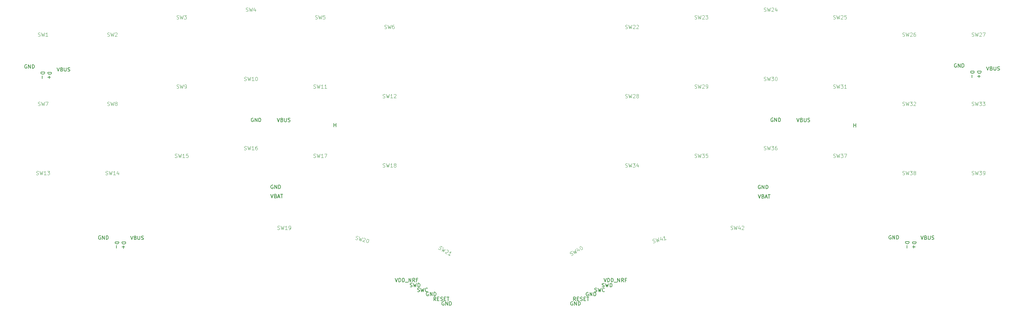
<source format=gbr>
%TF.GenerationSoftware,KiCad,Pcbnew,7.0.1-0*%
%TF.CreationDate,2023-10-15T20:39:52+08:00*%
%TF.ProjectId,qhws42_v2,71687773-3432-45f7-9632-2e6b69636164,rev?*%
%TF.SameCoordinates,Original*%
%TF.FileFunction,Legend,Top*%
%TF.FilePolarity,Positive*%
%FSLAX46Y46*%
G04 Gerber Fmt 4.6, Leading zero omitted, Abs format (unit mm)*
G04 Created by KiCad (PCBNEW 7.0.1-0) date 2023-10-15 20:39:52*
%MOMM*%
%LPD*%
G01*
G04 APERTURE LIST*
%ADD10C,0.150000*%
%ADD11C,0.100000*%
G04 APERTURE END LIST*
D10*
X275982380Y-47678095D02*
X276982380Y-47678095D01*
X276982380Y-47678095D02*
X276982380Y-47916190D01*
X276982380Y-47916190D02*
X276934761Y-48059047D01*
X276934761Y-48059047D02*
X276839523Y-48154285D01*
X276839523Y-48154285D02*
X276744285Y-48201904D01*
X276744285Y-48201904D02*
X276553809Y-48249523D01*
X276553809Y-48249523D02*
X276410952Y-48249523D01*
X276410952Y-48249523D02*
X276220476Y-48201904D01*
X276220476Y-48201904D02*
X276125238Y-48154285D01*
X276125238Y-48154285D02*
X276030000Y-48059047D01*
X276030000Y-48059047D02*
X275982380Y-47916190D01*
X275982380Y-47916190D02*
X275982380Y-47678095D01*
X276363333Y-48678095D02*
X276363333Y-49440000D01*
X275982380Y-49059047D02*
X276744285Y-49059047D01*
X270171904Y-45635238D02*
X270076666Y-45587619D01*
X270076666Y-45587619D02*
X269933809Y-45587619D01*
X269933809Y-45587619D02*
X269790952Y-45635238D01*
X269790952Y-45635238D02*
X269695714Y-45730476D01*
X269695714Y-45730476D02*
X269648095Y-45825714D01*
X269648095Y-45825714D02*
X269600476Y-46016190D01*
X269600476Y-46016190D02*
X269600476Y-46159047D01*
X269600476Y-46159047D02*
X269648095Y-46349523D01*
X269648095Y-46349523D02*
X269695714Y-46444761D01*
X269695714Y-46444761D02*
X269790952Y-46540000D01*
X269790952Y-46540000D02*
X269933809Y-46587619D01*
X269933809Y-46587619D02*
X270029047Y-46587619D01*
X270029047Y-46587619D02*
X270171904Y-46540000D01*
X270171904Y-46540000D02*
X270219523Y-46492380D01*
X270219523Y-46492380D02*
X270219523Y-46159047D01*
X270219523Y-46159047D02*
X270029047Y-46159047D01*
X270648095Y-46587619D02*
X270648095Y-45587619D01*
X270648095Y-45587619D02*
X271219523Y-46587619D01*
X271219523Y-46587619D02*
X271219523Y-45587619D01*
X271695714Y-46587619D02*
X271695714Y-45587619D01*
X271695714Y-45587619D02*
X271933809Y-45587619D01*
X271933809Y-45587619D02*
X272076666Y-45635238D01*
X272076666Y-45635238D02*
X272171904Y-45730476D01*
X272171904Y-45730476D02*
X272219523Y-45825714D01*
X272219523Y-45825714D02*
X272267142Y-46016190D01*
X272267142Y-46016190D02*
X272267142Y-46159047D01*
X272267142Y-46159047D02*
X272219523Y-46349523D01*
X272219523Y-46349523D02*
X272171904Y-46444761D01*
X272171904Y-46444761D02*
X272076666Y-46540000D01*
X272076666Y-46540000D02*
X271933809Y-46587619D01*
X271933809Y-46587619D02*
X271695714Y-46587619D01*
X216271904Y-79065238D02*
X216176666Y-79017619D01*
X216176666Y-79017619D02*
X216033809Y-79017619D01*
X216033809Y-79017619D02*
X215890952Y-79065238D01*
X215890952Y-79065238D02*
X215795714Y-79160476D01*
X215795714Y-79160476D02*
X215748095Y-79255714D01*
X215748095Y-79255714D02*
X215700476Y-79446190D01*
X215700476Y-79446190D02*
X215700476Y-79589047D01*
X215700476Y-79589047D02*
X215748095Y-79779523D01*
X215748095Y-79779523D02*
X215795714Y-79874761D01*
X215795714Y-79874761D02*
X215890952Y-79970000D01*
X215890952Y-79970000D02*
X216033809Y-80017619D01*
X216033809Y-80017619D02*
X216129047Y-80017619D01*
X216129047Y-80017619D02*
X216271904Y-79970000D01*
X216271904Y-79970000D02*
X216319523Y-79922380D01*
X216319523Y-79922380D02*
X216319523Y-79589047D01*
X216319523Y-79589047D02*
X216129047Y-79589047D01*
X216748095Y-80017619D02*
X216748095Y-79017619D01*
X216748095Y-79017619D02*
X217319523Y-80017619D01*
X217319523Y-80017619D02*
X217319523Y-79017619D01*
X217795714Y-80017619D02*
X217795714Y-79017619D01*
X217795714Y-79017619D02*
X218033809Y-79017619D01*
X218033809Y-79017619D02*
X218176666Y-79065238D01*
X218176666Y-79065238D02*
X218271904Y-79160476D01*
X218271904Y-79160476D02*
X218319523Y-79255714D01*
X218319523Y-79255714D02*
X218367142Y-79446190D01*
X218367142Y-79446190D02*
X218367142Y-79589047D01*
X218367142Y-79589047D02*
X218319523Y-79779523D01*
X218319523Y-79779523D02*
X218271904Y-79874761D01*
X218271904Y-79874761D02*
X218176666Y-79970000D01*
X218176666Y-79970000D02*
X218033809Y-80017619D01*
X218033809Y-80017619D02*
X217795714Y-80017619D01*
X83425238Y-60577619D02*
X83758571Y-61577619D01*
X83758571Y-61577619D02*
X84091904Y-60577619D01*
X84758571Y-61053809D02*
X84901428Y-61101428D01*
X84901428Y-61101428D02*
X84949047Y-61149047D01*
X84949047Y-61149047D02*
X84996666Y-61244285D01*
X84996666Y-61244285D02*
X84996666Y-61387142D01*
X84996666Y-61387142D02*
X84949047Y-61482380D01*
X84949047Y-61482380D02*
X84901428Y-61530000D01*
X84901428Y-61530000D02*
X84806190Y-61577619D01*
X84806190Y-61577619D02*
X84425238Y-61577619D01*
X84425238Y-61577619D02*
X84425238Y-60577619D01*
X84425238Y-60577619D02*
X84758571Y-60577619D01*
X84758571Y-60577619D02*
X84853809Y-60625238D01*
X84853809Y-60625238D02*
X84901428Y-60672857D01*
X84901428Y-60672857D02*
X84949047Y-60768095D01*
X84949047Y-60768095D02*
X84949047Y-60863333D01*
X84949047Y-60863333D02*
X84901428Y-60958571D01*
X84901428Y-60958571D02*
X84853809Y-61006190D01*
X84853809Y-61006190D02*
X84758571Y-61053809D01*
X84758571Y-61053809D02*
X84425238Y-61053809D01*
X85425238Y-60577619D02*
X85425238Y-61387142D01*
X85425238Y-61387142D02*
X85472857Y-61482380D01*
X85472857Y-61482380D02*
X85520476Y-61530000D01*
X85520476Y-61530000D02*
X85615714Y-61577619D01*
X85615714Y-61577619D02*
X85806190Y-61577619D01*
X85806190Y-61577619D02*
X85901428Y-61530000D01*
X85901428Y-61530000D02*
X85949047Y-61482380D01*
X85949047Y-61482380D02*
X85996666Y-61387142D01*
X85996666Y-61387142D02*
X85996666Y-60577619D01*
X86425238Y-61530000D02*
X86568095Y-61577619D01*
X86568095Y-61577619D02*
X86806190Y-61577619D01*
X86806190Y-61577619D02*
X86901428Y-61530000D01*
X86901428Y-61530000D02*
X86949047Y-61482380D01*
X86949047Y-61482380D02*
X86996666Y-61387142D01*
X86996666Y-61387142D02*
X86996666Y-61291904D01*
X86996666Y-61291904D02*
X86949047Y-61196666D01*
X86949047Y-61196666D02*
X86901428Y-61149047D01*
X86901428Y-61149047D02*
X86806190Y-61101428D01*
X86806190Y-61101428D02*
X86615714Y-61053809D01*
X86615714Y-61053809D02*
X86520476Y-61006190D01*
X86520476Y-61006190D02*
X86472857Y-60958571D01*
X86472857Y-60958571D02*
X86425238Y-60863333D01*
X86425238Y-60863333D02*
X86425238Y-60768095D01*
X86425238Y-60768095D02*
X86472857Y-60672857D01*
X86472857Y-60672857D02*
X86520476Y-60625238D01*
X86520476Y-60625238D02*
X86615714Y-60577619D01*
X86615714Y-60577619D02*
X86853809Y-60577619D01*
X86853809Y-60577619D02*
X86996666Y-60625238D01*
X172785238Y-106980000D02*
X172928095Y-107027619D01*
X172928095Y-107027619D02*
X173166190Y-107027619D01*
X173166190Y-107027619D02*
X173261428Y-106980000D01*
X173261428Y-106980000D02*
X173309047Y-106932380D01*
X173309047Y-106932380D02*
X173356666Y-106837142D01*
X173356666Y-106837142D02*
X173356666Y-106741904D01*
X173356666Y-106741904D02*
X173309047Y-106646666D01*
X173309047Y-106646666D02*
X173261428Y-106599047D01*
X173261428Y-106599047D02*
X173166190Y-106551428D01*
X173166190Y-106551428D02*
X172975714Y-106503809D01*
X172975714Y-106503809D02*
X172880476Y-106456190D01*
X172880476Y-106456190D02*
X172832857Y-106408571D01*
X172832857Y-106408571D02*
X172785238Y-106313333D01*
X172785238Y-106313333D02*
X172785238Y-106218095D01*
X172785238Y-106218095D02*
X172832857Y-106122857D01*
X172832857Y-106122857D02*
X172880476Y-106075238D01*
X172880476Y-106075238D02*
X172975714Y-106027619D01*
X172975714Y-106027619D02*
X173213809Y-106027619D01*
X173213809Y-106027619D02*
X173356666Y-106075238D01*
X173690000Y-106027619D02*
X173928095Y-107027619D01*
X173928095Y-107027619D02*
X174118571Y-106313333D01*
X174118571Y-106313333D02*
X174309047Y-107027619D01*
X174309047Y-107027619D02*
X174547143Y-106027619D01*
X174928095Y-107027619D02*
X174928095Y-106027619D01*
X174928095Y-106027619D02*
X175166190Y-106027619D01*
X175166190Y-106027619D02*
X175309047Y-106075238D01*
X175309047Y-106075238D02*
X175404285Y-106170476D01*
X175404285Y-106170476D02*
X175451904Y-106265714D01*
X175451904Y-106265714D02*
X175499523Y-106456190D01*
X175499523Y-106456190D02*
X175499523Y-106599047D01*
X175499523Y-106599047D02*
X175451904Y-106789523D01*
X175451904Y-106789523D02*
X175404285Y-106884761D01*
X175404285Y-106884761D02*
X175309047Y-106980000D01*
X175309047Y-106980000D02*
X175166190Y-107027619D01*
X175166190Y-107027619D02*
X174928095Y-107027619D01*
X164684285Y-111105238D02*
X164589047Y-111057619D01*
X164589047Y-111057619D02*
X164446190Y-111057619D01*
X164446190Y-111057619D02*
X164303333Y-111105238D01*
X164303333Y-111105238D02*
X164208095Y-111200476D01*
X164208095Y-111200476D02*
X164160476Y-111295714D01*
X164160476Y-111295714D02*
X164112857Y-111486190D01*
X164112857Y-111486190D02*
X164112857Y-111629047D01*
X164112857Y-111629047D02*
X164160476Y-111819523D01*
X164160476Y-111819523D02*
X164208095Y-111914761D01*
X164208095Y-111914761D02*
X164303333Y-112010000D01*
X164303333Y-112010000D02*
X164446190Y-112057619D01*
X164446190Y-112057619D02*
X164541428Y-112057619D01*
X164541428Y-112057619D02*
X164684285Y-112010000D01*
X164684285Y-112010000D02*
X164731904Y-111962380D01*
X164731904Y-111962380D02*
X164731904Y-111629047D01*
X164731904Y-111629047D02*
X164541428Y-111629047D01*
X165160476Y-112057619D02*
X165160476Y-111057619D01*
X165160476Y-111057619D02*
X165731904Y-112057619D01*
X165731904Y-112057619D02*
X165731904Y-111057619D01*
X166208095Y-112057619D02*
X166208095Y-111057619D01*
X166208095Y-111057619D02*
X166446190Y-111057619D01*
X166446190Y-111057619D02*
X166589047Y-111105238D01*
X166589047Y-111105238D02*
X166684285Y-111200476D01*
X166684285Y-111200476D02*
X166731904Y-111295714D01*
X166731904Y-111295714D02*
X166779523Y-111486190D01*
X166779523Y-111486190D02*
X166779523Y-111629047D01*
X166779523Y-111629047D02*
X166731904Y-111819523D01*
X166731904Y-111819523D02*
X166684285Y-111914761D01*
X166684285Y-111914761D02*
X166589047Y-112010000D01*
X166589047Y-112010000D02*
X166446190Y-112057619D01*
X166446190Y-112057619D02*
X166208095Y-112057619D01*
X274072380Y-47638095D02*
X275072380Y-47638095D01*
X275072380Y-47638095D02*
X275072380Y-47876190D01*
X275072380Y-47876190D02*
X275024761Y-48019047D01*
X275024761Y-48019047D02*
X274929523Y-48114285D01*
X274929523Y-48114285D02*
X274834285Y-48161904D01*
X274834285Y-48161904D02*
X274643809Y-48209523D01*
X274643809Y-48209523D02*
X274500952Y-48209523D01*
X274500952Y-48209523D02*
X274310476Y-48161904D01*
X274310476Y-48161904D02*
X274215238Y-48114285D01*
X274215238Y-48114285D02*
X274120000Y-48019047D01*
X274120000Y-48019047D02*
X274072380Y-47876190D01*
X274072380Y-47876190D02*
X274072380Y-47638095D01*
X274453333Y-48638095D02*
X274453333Y-49400000D01*
X241978095Y-63047619D02*
X241978095Y-62047619D01*
X241978095Y-62523809D02*
X242549523Y-62523809D01*
X242549523Y-63047619D02*
X242549523Y-62047619D01*
X14591904Y-45895238D02*
X14496666Y-45847619D01*
X14496666Y-45847619D02*
X14353809Y-45847619D01*
X14353809Y-45847619D02*
X14210952Y-45895238D01*
X14210952Y-45895238D02*
X14115714Y-45990476D01*
X14115714Y-45990476D02*
X14068095Y-46085714D01*
X14068095Y-46085714D02*
X14020476Y-46276190D01*
X14020476Y-46276190D02*
X14020476Y-46419047D01*
X14020476Y-46419047D02*
X14068095Y-46609523D01*
X14068095Y-46609523D02*
X14115714Y-46704761D01*
X14115714Y-46704761D02*
X14210952Y-46800000D01*
X14210952Y-46800000D02*
X14353809Y-46847619D01*
X14353809Y-46847619D02*
X14449047Y-46847619D01*
X14449047Y-46847619D02*
X14591904Y-46800000D01*
X14591904Y-46800000D02*
X14639523Y-46752380D01*
X14639523Y-46752380D02*
X14639523Y-46419047D01*
X14639523Y-46419047D02*
X14449047Y-46419047D01*
X15068095Y-46847619D02*
X15068095Y-45847619D01*
X15068095Y-45847619D02*
X15639523Y-46847619D01*
X15639523Y-46847619D02*
X15639523Y-45847619D01*
X16115714Y-46847619D02*
X16115714Y-45847619D01*
X16115714Y-45847619D02*
X16353809Y-45847619D01*
X16353809Y-45847619D02*
X16496666Y-45895238D01*
X16496666Y-45895238D02*
X16591904Y-45990476D01*
X16591904Y-45990476D02*
X16639523Y-46085714D01*
X16639523Y-46085714D02*
X16687142Y-46276190D01*
X16687142Y-46276190D02*
X16687142Y-46419047D01*
X16687142Y-46419047D02*
X16639523Y-46609523D01*
X16639523Y-46609523D02*
X16591904Y-46704761D01*
X16591904Y-46704761D02*
X16496666Y-46800000D01*
X16496666Y-46800000D02*
X16353809Y-46847619D01*
X16353809Y-46847619D02*
X16115714Y-46847619D01*
X38882780Y-94599095D02*
X39882780Y-94599095D01*
X39882780Y-94599095D02*
X39882780Y-94837190D01*
X39882780Y-94837190D02*
X39835161Y-94980047D01*
X39835161Y-94980047D02*
X39739923Y-95075285D01*
X39739923Y-95075285D02*
X39644685Y-95122904D01*
X39644685Y-95122904D02*
X39454209Y-95170523D01*
X39454209Y-95170523D02*
X39311352Y-95170523D01*
X39311352Y-95170523D02*
X39120876Y-95122904D01*
X39120876Y-95122904D02*
X39025638Y-95075285D01*
X39025638Y-95075285D02*
X38930400Y-94980047D01*
X38930400Y-94980047D02*
X38882780Y-94837190D01*
X38882780Y-94837190D02*
X38882780Y-94599095D01*
X39263733Y-95599095D02*
X39263733Y-96361000D01*
X252191504Y-92916038D02*
X252096266Y-92868419D01*
X252096266Y-92868419D02*
X251953409Y-92868419D01*
X251953409Y-92868419D02*
X251810552Y-92916038D01*
X251810552Y-92916038D02*
X251715314Y-93011276D01*
X251715314Y-93011276D02*
X251667695Y-93106514D01*
X251667695Y-93106514D02*
X251620076Y-93296990D01*
X251620076Y-93296990D02*
X251620076Y-93439847D01*
X251620076Y-93439847D02*
X251667695Y-93630323D01*
X251667695Y-93630323D02*
X251715314Y-93725561D01*
X251715314Y-93725561D02*
X251810552Y-93820800D01*
X251810552Y-93820800D02*
X251953409Y-93868419D01*
X251953409Y-93868419D02*
X252048647Y-93868419D01*
X252048647Y-93868419D02*
X252191504Y-93820800D01*
X252191504Y-93820800D02*
X252239123Y-93773180D01*
X252239123Y-93773180D02*
X252239123Y-93439847D01*
X252239123Y-93439847D02*
X252048647Y-93439847D01*
X252667695Y-93868419D02*
X252667695Y-92868419D01*
X252667695Y-92868419D02*
X253239123Y-93868419D01*
X253239123Y-93868419D02*
X253239123Y-92868419D01*
X253715314Y-93868419D02*
X253715314Y-92868419D01*
X253715314Y-92868419D02*
X253953409Y-92868419D01*
X253953409Y-92868419D02*
X254096266Y-92916038D01*
X254096266Y-92916038D02*
X254191504Y-93011276D01*
X254191504Y-93011276D02*
X254239123Y-93106514D01*
X254239123Y-93106514D02*
X254286742Y-93296990D01*
X254286742Y-93296990D02*
X254286742Y-93439847D01*
X254286742Y-93439847D02*
X254239123Y-93630323D01*
X254239123Y-93630323D02*
X254191504Y-93725561D01*
X254191504Y-93725561D02*
X254096266Y-93820800D01*
X254096266Y-93820800D02*
X253953409Y-93868419D01*
X253953409Y-93868419D02*
X253715314Y-93868419D01*
X119980476Y-106960000D02*
X120123333Y-107007619D01*
X120123333Y-107007619D02*
X120361428Y-107007619D01*
X120361428Y-107007619D02*
X120456666Y-106960000D01*
X120456666Y-106960000D02*
X120504285Y-106912380D01*
X120504285Y-106912380D02*
X120551904Y-106817142D01*
X120551904Y-106817142D02*
X120551904Y-106721904D01*
X120551904Y-106721904D02*
X120504285Y-106626666D01*
X120504285Y-106626666D02*
X120456666Y-106579047D01*
X120456666Y-106579047D02*
X120361428Y-106531428D01*
X120361428Y-106531428D02*
X120170952Y-106483809D01*
X120170952Y-106483809D02*
X120075714Y-106436190D01*
X120075714Y-106436190D02*
X120028095Y-106388571D01*
X120028095Y-106388571D02*
X119980476Y-106293333D01*
X119980476Y-106293333D02*
X119980476Y-106198095D01*
X119980476Y-106198095D02*
X120028095Y-106102857D01*
X120028095Y-106102857D02*
X120075714Y-106055238D01*
X120075714Y-106055238D02*
X120170952Y-106007619D01*
X120170952Y-106007619D02*
X120409047Y-106007619D01*
X120409047Y-106007619D02*
X120551904Y-106055238D01*
X120885238Y-106007619D02*
X121123333Y-107007619D01*
X121123333Y-107007619D02*
X121313809Y-106293333D01*
X121313809Y-106293333D02*
X121504285Y-107007619D01*
X121504285Y-107007619D02*
X121742381Y-106007619D01*
X122123333Y-107007619D02*
X122123333Y-106007619D01*
X122123333Y-106007619D02*
X122361428Y-106007619D01*
X122361428Y-106007619D02*
X122504285Y-106055238D01*
X122504285Y-106055238D02*
X122599523Y-106150476D01*
X122599523Y-106150476D02*
X122647142Y-106245714D01*
X122647142Y-106245714D02*
X122694761Y-106436190D01*
X122694761Y-106436190D02*
X122694761Y-106579047D01*
X122694761Y-106579047D02*
X122647142Y-106769523D01*
X122647142Y-106769523D02*
X122599523Y-106864761D01*
X122599523Y-106864761D02*
X122504285Y-106960000D01*
X122504285Y-106960000D02*
X122361428Y-107007619D01*
X122361428Y-107007619D02*
X122123333Y-107007619D01*
X34899504Y-92956038D02*
X34804266Y-92908419D01*
X34804266Y-92908419D02*
X34661409Y-92908419D01*
X34661409Y-92908419D02*
X34518552Y-92956038D01*
X34518552Y-92956038D02*
X34423314Y-93051276D01*
X34423314Y-93051276D02*
X34375695Y-93146514D01*
X34375695Y-93146514D02*
X34328076Y-93336990D01*
X34328076Y-93336990D02*
X34328076Y-93479847D01*
X34328076Y-93479847D02*
X34375695Y-93670323D01*
X34375695Y-93670323D02*
X34423314Y-93765561D01*
X34423314Y-93765561D02*
X34518552Y-93860800D01*
X34518552Y-93860800D02*
X34661409Y-93908419D01*
X34661409Y-93908419D02*
X34756647Y-93908419D01*
X34756647Y-93908419D02*
X34899504Y-93860800D01*
X34899504Y-93860800D02*
X34947123Y-93813180D01*
X34947123Y-93813180D02*
X34947123Y-93479847D01*
X34947123Y-93479847D02*
X34756647Y-93479847D01*
X35375695Y-93908419D02*
X35375695Y-92908419D01*
X35375695Y-92908419D02*
X35947123Y-93908419D01*
X35947123Y-93908419D02*
X35947123Y-92908419D01*
X36423314Y-93908419D02*
X36423314Y-92908419D01*
X36423314Y-92908419D02*
X36661409Y-92908419D01*
X36661409Y-92908419D02*
X36804266Y-92956038D01*
X36804266Y-92956038D02*
X36899504Y-93051276D01*
X36899504Y-93051276D02*
X36947123Y-93146514D01*
X36947123Y-93146514D02*
X36994742Y-93336990D01*
X36994742Y-93336990D02*
X36994742Y-93479847D01*
X36994742Y-93479847D02*
X36947123Y-93670323D01*
X36947123Y-93670323D02*
X36899504Y-93765561D01*
X36899504Y-93765561D02*
X36804266Y-93860800D01*
X36804266Y-93860800D02*
X36661409Y-93908419D01*
X36661409Y-93908419D02*
X36423314Y-93908419D01*
X173271428Y-104617619D02*
X173604761Y-105617619D01*
X173604761Y-105617619D02*
X173938094Y-104617619D01*
X174271428Y-105617619D02*
X174271428Y-104617619D01*
X174271428Y-104617619D02*
X174509523Y-104617619D01*
X174509523Y-104617619D02*
X174652380Y-104665238D01*
X174652380Y-104665238D02*
X174747618Y-104760476D01*
X174747618Y-104760476D02*
X174795237Y-104855714D01*
X174795237Y-104855714D02*
X174842856Y-105046190D01*
X174842856Y-105046190D02*
X174842856Y-105189047D01*
X174842856Y-105189047D02*
X174795237Y-105379523D01*
X174795237Y-105379523D02*
X174747618Y-105474761D01*
X174747618Y-105474761D02*
X174652380Y-105570000D01*
X174652380Y-105570000D02*
X174509523Y-105617619D01*
X174509523Y-105617619D02*
X174271428Y-105617619D01*
X175271428Y-105617619D02*
X175271428Y-104617619D01*
X175271428Y-104617619D02*
X175509523Y-104617619D01*
X175509523Y-104617619D02*
X175652380Y-104665238D01*
X175652380Y-104665238D02*
X175747618Y-104760476D01*
X175747618Y-104760476D02*
X175795237Y-104855714D01*
X175795237Y-104855714D02*
X175842856Y-105046190D01*
X175842856Y-105046190D02*
X175842856Y-105189047D01*
X175842856Y-105189047D02*
X175795237Y-105379523D01*
X175795237Y-105379523D02*
X175747618Y-105474761D01*
X175747618Y-105474761D02*
X175652380Y-105570000D01*
X175652380Y-105570000D02*
X175509523Y-105617619D01*
X175509523Y-105617619D02*
X175271428Y-105617619D01*
X176033333Y-105712857D02*
X176795237Y-105712857D01*
X177033333Y-105617619D02*
X177033333Y-104617619D01*
X177033333Y-104617619D02*
X177604761Y-105617619D01*
X177604761Y-105617619D02*
X177604761Y-104617619D01*
X178652380Y-105617619D02*
X178319047Y-105141428D01*
X178080952Y-105617619D02*
X178080952Y-104617619D01*
X178080952Y-104617619D02*
X178461904Y-104617619D01*
X178461904Y-104617619D02*
X178557142Y-104665238D01*
X178557142Y-104665238D02*
X178604761Y-104712857D01*
X178604761Y-104712857D02*
X178652380Y-104808095D01*
X178652380Y-104808095D02*
X178652380Y-104950952D01*
X178652380Y-104950952D02*
X178604761Y-105046190D01*
X178604761Y-105046190D02*
X178557142Y-105093809D01*
X178557142Y-105093809D02*
X178461904Y-105141428D01*
X178461904Y-105141428D02*
X178080952Y-105141428D01*
X179414285Y-105093809D02*
X179080952Y-105093809D01*
X179080952Y-105617619D02*
X179080952Y-104617619D01*
X179080952Y-104617619D02*
X179557142Y-104617619D01*
X168954285Y-108525238D02*
X168859047Y-108477619D01*
X168859047Y-108477619D02*
X168716190Y-108477619D01*
X168716190Y-108477619D02*
X168573333Y-108525238D01*
X168573333Y-108525238D02*
X168478095Y-108620476D01*
X168478095Y-108620476D02*
X168430476Y-108715714D01*
X168430476Y-108715714D02*
X168382857Y-108906190D01*
X168382857Y-108906190D02*
X168382857Y-109049047D01*
X168382857Y-109049047D02*
X168430476Y-109239523D01*
X168430476Y-109239523D02*
X168478095Y-109334761D01*
X168478095Y-109334761D02*
X168573333Y-109430000D01*
X168573333Y-109430000D02*
X168716190Y-109477619D01*
X168716190Y-109477619D02*
X168811428Y-109477619D01*
X168811428Y-109477619D02*
X168954285Y-109430000D01*
X168954285Y-109430000D02*
X169001904Y-109382380D01*
X169001904Y-109382380D02*
X169001904Y-109049047D01*
X169001904Y-109049047D02*
X168811428Y-109049047D01*
X169430476Y-109477619D02*
X169430476Y-108477619D01*
X169430476Y-108477619D02*
X170001904Y-109477619D01*
X170001904Y-109477619D02*
X170001904Y-108477619D01*
X170478095Y-109477619D02*
X170478095Y-108477619D01*
X170478095Y-108477619D02*
X170716190Y-108477619D01*
X170716190Y-108477619D02*
X170859047Y-108525238D01*
X170859047Y-108525238D02*
X170954285Y-108620476D01*
X170954285Y-108620476D02*
X171001904Y-108715714D01*
X171001904Y-108715714D02*
X171049523Y-108906190D01*
X171049523Y-108906190D02*
X171049523Y-109049047D01*
X171049523Y-109049047D02*
X171001904Y-109239523D01*
X171001904Y-109239523D02*
X170954285Y-109334761D01*
X170954285Y-109334761D02*
X170859047Y-109430000D01*
X170859047Y-109430000D02*
X170716190Y-109477619D01*
X170716190Y-109477619D02*
X170478095Y-109477619D01*
X165495713Y-110797619D02*
X165162380Y-110321428D01*
X164924285Y-110797619D02*
X164924285Y-109797619D01*
X164924285Y-109797619D02*
X165305237Y-109797619D01*
X165305237Y-109797619D02*
X165400475Y-109845238D01*
X165400475Y-109845238D02*
X165448094Y-109892857D01*
X165448094Y-109892857D02*
X165495713Y-109988095D01*
X165495713Y-109988095D02*
X165495713Y-110130952D01*
X165495713Y-110130952D02*
X165448094Y-110226190D01*
X165448094Y-110226190D02*
X165400475Y-110273809D01*
X165400475Y-110273809D02*
X165305237Y-110321428D01*
X165305237Y-110321428D02*
X164924285Y-110321428D01*
X165924285Y-110273809D02*
X166257618Y-110273809D01*
X166400475Y-110797619D02*
X165924285Y-110797619D01*
X165924285Y-110797619D02*
X165924285Y-109797619D01*
X165924285Y-109797619D02*
X166400475Y-109797619D01*
X166781428Y-110750000D02*
X166924285Y-110797619D01*
X166924285Y-110797619D02*
X167162380Y-110797619D01*
X167162380Y-110797619D02*
X167257618Y-110750000D01*
X167257618Y-110750000D02*
X167305237Y-110702380D01*
X167305237Y-110702380D02*
X167352856Y-110607142D01*
X167352856Y-110607142D02*
X167352856Y-110511904D01*
X167352856Y-110511904D02*
X167305237Y-110416666D01*
X167305237Y-110416666D02*
X167257618Y-110369047D01*
X167257618Y-110369047D02*
X167162380Y-110321428D01*
X167162380Y-110321428D02*
X166971904Y-110273809D01*
X166971904Y-110273809D02*
X166876666Y-110226190D01*
X166876666Y-110226190D02*
X166829047Y-110178571D01*
X166829047Y-110178571D02*
X166781428Y-110083333D01*
X166781428Y-110083333D02*
X166781428Y-109988095D01*
X166781428Y-109988095D02*
X166829047Y-109892857D01*
X166829047Y-109892857D02*
X166876666Y-109845238D01*
X166876666Y-109845238D02*
X166971904Y-109797619D01*
X166971904Y-109797619D02*
X167209999Y-109797619D01*
X167209999Y-109797619D02*
X167352856Y-109845238D01*
X167781428Y-110273809D02*
X168114761Y-110273809D01*
X168257618Y-110797619D02*
X167781428Y-110797619D01*
X167781428Y-110797619D02*
X167781428Y-109797619D01*
X167781428Y-109797619D02*
X168257618Y-109797619D01*
X168543333Y-109797619D02*
X169114761Y-109797619D01*
X168829047Y-110797619D02*
X168829047Y-109797619D01*
X260414838Y-92944619D02*
X260748171Y-93944619D01*
X260748171Y-93944619D02*
X261081504Y-92944619D01*
X261748171Y-93420809D02*
X261891028Y-93468428D01*
X261891028Y-93468428D02*
X261938647Y-93516047D01*
X261938647Y-93516047D02*
X261986266Y-93611285D01*
X261986266Y-93611285D02*
X261986266Y-93754142D01*
X261986266Y-93754142D02*
X261938647Y-93849380D01*
X261938647Y-93849380D02*
X261891028Y-93897000D01*
X261891028Y-93897000D02*
X261795790Y-93944619D01*
X261795790Y-93944619D02*
X261414838Y-93944619D01*
X261414838Y-93944619D02*
X261414838Y-92944619D01*
X261414838Y-92944619D02*
X261748171Y-92944619D01*
X261748171Y-92944619D02*
X261843409Y-92992238D01*
X261843409Y-92992238D02*
X261891028Y-93039857D01*
X261891028Y-93039857D02*
X261938647Y-93135095D01*
X261938647Y-93135095D02*
X261938647Y-93230333D01*
X261938647Y-93230333D02*
X261891028Y-93325571D01*
X261891028Y-93325571D02*
X261843409Y-93373190D01*
X261843409Y-93373190D02*
X261748171Y-93420809D01*
X261748171Y-93420809D02*
X261414838Y-93420809D01*
X262414838Y-92944619D02*
X262414838Y-93754142D01*
X262414838Y-93754142D02*
X262462457Y-93849380D01*
X262462457Y-93849380D02*
X262510076Y-93897000D01*
X262510076Y-93897000D02*
X262605314Y-93944619D01*
X262605314Y-93944619D02*
X262795790Y-93944619D01*
X262795790Y-93944619D02*
X262891028Y-93897000D01*
X262891028Y-93897000D02*
X262938647Y-93849380D01*
X262938647Y-93849380D02*
X262986266Y-93754142D01*
X262986266Y-93754142D02*
X262986266Y-92944619D01*
X263414838Y-93897000D02*
X263557695Y-93944619D01*
X263557695Y-93944619D02*
X263795790Y-93944619D01*
X263795790Y-93944619D02*
X263891028Y-93897000D01*
X263891028Y-93897000D02*
X263938647Y-93849380D01*
X263938647Y-93849380D02*
X263986266Y-93754142D01*
X263986266Y-93754142D02*
X263986266Y-93658904D01*
X263986266Y-93658904D02*
X263938647Y-93563666D01*
X263938647Y-93563666D02*
X263891028Y-93516047D01*
X263891028Y-93516047D02*
X263795790Y-93468428D01*
X263795790Y-93468428D02*
X263605314Y-93420809D01*
X263605314Y-93420809D02*
X263510076Y-93373190D01*
X263510076Y-93373190D02*
X263462457Y-93325571D01*
X263462457Y-93325571D02*
X263414838Y-93230333D01*
X263414838Y-93230333D02*
X263414838Y-93135095D01*
X263414838Y-93135095D02*
X263462457Y-93039857D01*
X263462457Y-93039857D02*
X263510076Y-92992238D01*
X263510076Y-92992238D02*
X263605314Y-92944619D01*
X263605314Y-92944619D02*
X263843409Y-92944619D01*
X263843409Y-92944619D02*
X263986266Y-92992238D01*
X81695238Y-81527619D02*
X82028571Y-82527619D01*
X82028571Y-82527619D02*
X82361904Y-81527619D01*
X83028571Y-82003809D02*
X83171428Y-82051428D01*
X83171428Y-82051428D02*
X83219047Y-82099047D01*
X83219047Y-82099047D02*
X83266666Y-82194285D01*
X83266666Y-82194285D02*
X83266666Y-82337142D01*
X83266666Y-82337142D02*
X83219047Y-82432380D01*
X83219047Y-82432380D02*
X83171428Y-82480000D01*
X83171428Y-82480000D02*
X83076190Y-82527619D01*
X83076190Y-82527619D02*
X82695238Y-82527619D01*
X82695238Y-82527619D02*
X82695238Y-81527619D01*
X82695238Y-81527619D02*
X83028571Y-81527619D01*
X83028571Y-81527619D02*
X83123809Y-81575238D01*
X83123809Y-81575238D02*
X83171428Y-81622857D01*
X83171428Y-81622857D02*
X83219047Y-81718095D01*
X83219047Y-81718095D02*
X83219047Y-81813333D01*
X83219047Y-81813333D02*
X83171428Y-81908571D01*
X83171428Y-81908571D02*
X83123809Y-81956190D01*
X83123809Y-81956190D02*
X83028571Y-82003809D01*
X83028571Y-82003809D02*
X82695238Y-82003809D01*
X83647619Y-82241904D02*
X84123809Y-82241904D01*
X83552381Y-82527619D02*
X83885714Y-81527619D01*
X83885714Y-81527619D02*
X84219047Y-82527619D01*
X84409524Y-81527619D02*
X84980952Y-81527619D01*
X84695238Y-82527619D02*
X84695238Y-81527619D01*
X20402380Y-47938095D02*
X21402380Y-47938095D01*
X21402380Y-47938095D02*
X21402380Y-48176190D01*
X21402380Y-48176190D02*
X21354761Y-48319047D01*
X21354761Y-48319047D02*
X21259523Y-48414285D01*
X21259523Y-48414285D02*
X21164285Y-48461904D01*
X21164285Y-48461904D02*
X20973809Y-48509523D01*
X20973809Y-48509523D02*
X20830952Y-48509523D01*
X20830952Y-48509523D02*
X20640476Y-48461904D01*
X20640476Y-48461904D02*
X20545238Y-48414285D01*
X20545238Y-48414285D02*
X20450000Y-48319047D01*
X20450000Y-48319047D02*
X20402380Y-48176190D01*
X20402380Y-48176190D02*
X20402380Y-47938095D01*
X20783333Y-48938095D02*
X20783333Y-49700000D01*
X20402380Y-49319047D02*
X21164285Y-49319047D01*
X256174780Y-94559095D02*
X257174780Y-94559095D01*
X257174780Y-94559095D02*
X257174780Y-94797190D01*
X257174780Y-94797190D02*
X257127161Y-94940047D01*
X257127161Y-94940047D02*
X257031923Y-95035285D01*
X257031923Y-95035285D02*
X256936685Y-95082904D01*
X256936685Y-95082904D02*
X256746209Y-95130523D01*
X256746209Y-95130523D02*
X256603352Y-95130523D01*
X256603352Y-95130523D02*
X256412876Y-95082904D01*
X256412876Y-95082904D02*
X256317638Y-95035285D01*
X256317638Y-95035285D02*
X256222400Y-94940047D01*
X256222400Y-94940047D02*
X256174780Y-94797190D01*
X256174780Y-94797190D02*
X256174780Y-94559095D01*
X256555733Y-95559095D02*
X256555733Y-96321000D01*
X82271904Y-79015238D02*
X82176666Y-78967619D01*
X82176666Y-78967619D02*
X82033809Y-78967619D01*
X82033809Y-78967619D02*
X81890952Y-79015238D01*
X81890952Y-79015238D02*
X81795714Y-79110476D01*
X81795714Y-79110476D02*
X81748095Y-79205714D01*
X81748095Y-79205714D02*
X81700476Y-79396190D01*
X81700476Y-79396190D02*
X81700476Y-79539047D01*
X81700476Y-79539047D02*
X81748095Y-79729523D01*
X81748095Y-79729523D02*
X81795714Y-79824761D01*
X81795714Y-79824761D02*
X81890952Y-79920000D01*
X81890952Y-79920000D02*
X82033809Y-79967619D01*
X82033809Y-79967619D02*
X82129047Y-79967619D01*
X82129047Y-79967619D02*
X82271904Y-79920000D01*
X82271904Y-79920000D02*
X82319523Y-79872380D01*
X82319523Y-79872380D02*
X82319523Y-79539047D01*
X82319523Y-79539047D02*
X82129047Y-79539047D01*
X82748095Y-79967619D02*
X82748095Y-78967619D01*
X82748095Y-78967619D02*
X83319523Y-79967619D01*
X83319523Y-79967619D02*
X83319523Y-78967619D01*
X83795714Y-79967619D02*
X83795714Y-78967619D01*
X83795714Y-78967619D02*
X84033809Y-78967619D01*
X84033809Y-78967619D02*
X84176666Y-79015238D01*
X84176666Y-79015238D02*
X84271904Y-79110476D01*
X84271904Y-79110476D02*
X84319523Y-79205714D01*
X84319523Y-79205714D02*
X84367142Y-79396190D01*
X84367142Y-79396190D02*
X84367142Y-79539047D01*
X84367142Y-79539047D02*
X84319523Y-79729523D01*
X84319523Y-79729523D02*
X84271904Y-79824761D01*
X84271904Y-79824761D02*
X84176666Y-79920000D01*
X84176666Y-79920000D02*
X84033809Y-79967619D01*
X84033809Y-79967619D02*
X83795714Y-79967619D01*
X129271904Y-111085238D02*
X129176666Y-111037619D01*
X129176666Y-111037619D02*
X129033809Y-111037619D01*
X129033809Y-111037619D02*
X128890952Y-111085238D01*
X128890952Y-111085238D02*
X128795714Y-111180476D01*
X128795714Y-111180476D02*
X128748095Y-111275714D01*
X128748095Y-111275714D02*
X128700476Y-111466190D01*
X128700476Y-111466190D02*
X128700476Y-111609047D01*
X128700476Y-111609047D02*
X128748095Y-111799523D01*
X128748095Y-111799523D02*
X128795714Y-111894761D01*
X128795714Y-111894761D02*
X128890952Y-111990000D01*
X128890952Y-111990000D02*
X129033809Y-112037619D01*
X129033809Y-112037619D02*
X129129047Y-112037619D01*
X129129047Y-112037619D02*
X129271904Y-111990000D01*
X129271904Y-111990000D02*
X129319523Y-111942380D01*
X129319523Y-111942380D02*
X129319523Y-111609047D01*
X129319523Y-111609047D02*
X129129047Y-111609047D01*
X129748095Y-112037619D02*
X129748095Y-111037619D01*
X129748095Y-111037619D02*
X130319523Y-112037619D01*
X130319523Y-112037619D02*
X130319523Y-111037619D01*
X130795714Y-112037619D02*
X130795714Y-111037619D01*
X130795714Y-111037619D02*
X131033809Y-111037619D01*
X131033809Y-111037619D02*
X131176666Y-111085238D01*
X131176666Y-111085238D02*
X131271904Y-111180476D01*
X131271904Y-111180476D02*
X131319523Y-111275714D01*
X131319523Y-111275714D02*
X131367142Y-111466190D01*
X131367142Y-111466190D02*
X131367142Y-111609047D01*
X131367142Y-111609047D02*
X131319523Y-111799523D01*
X131319523Y-111799523D02*
X131271904Y-111894761D01*
X131271904Y-111894761D02*
X131176666Y-111990000D01*
X131176666Y-111990000D02*
X131033809Y-112037619D01*
X131033809Y-112037619D02*
X130795714Y-112037619D01*
X125001904Y-108505238D02*
X124906666Y-108457619D01*
X124906666Y-108457619D02*
X124763809Y-108457619D01*
X124763809Y-108457619D02*
X124620952Y-108505238D01*
X124620952Y-108505238D02*
X124525714Y-108600476D01*
X124525714Y-108600476D02*
X124478095Y-108695714D01*
X124478095Y-108695714D02*
X124430476Y-108886190D01*
X124430476Y-108886190D02*
X124430476Y-109029047D01*
X124430476Y-109029047D02*
X124478095Y-109219523D01*
X124478095Y-109219523D02*
X124525714Y-109314761D01*
X124525714Y-109314761D02*
X124620952Y-109410000D01*
X124620952Y-109410000D02*
X124763809Y-109457619D01*
X124763809Y-109457619D02*
X124859047Y-109457619D01*
X124859047Y-109457619D02*
X125001904Y-109410000D01*
X125001904Y-109410000D02*
X125049523Y-109362380D01*
X125049523Y-109362380D02*
X125049523Y-109029047D01*
X125049523Y-109029047D02*
X124859047Y-109029047D01*
X125478095Y-109457619D02*
X125478095Y-108457619D01*
X125478095Y-108457619D02*
X126049523Y-109457619D01*
X126049523Y-109457619D02*
X126049523Y-108457619D01*
X126525714Y-109457619D02*
X126525714Y-108457619D01*
X126525714Y-108457619D02*
X126763809Y-108457619D01*
X126763809Y-108457619D02*
X126906666Y-108505238D01*
X126906666Y-108505238D02*
X127001904Y-108600476D01*
X127001904Y-108600476D02*
X127049523Y-108695714D01*
X127049523Y-108695714D02*
X127097142Y-108886190D01*
X127097142Y-108886190D02*
X127097142Y-109029047D01*
X127097142Y-109029047D02*
X127049523Y-109219523D01*
X127049523Y-109219523D02*
X127001904Y-109314761D01*
X127001904Y-109314761D02*
X126906666Y-109410000D01*
X126906666Y-109410000D02*
X126763809Y-109457619D01*
X126763809Y-109457619D02*
X126525714Y-109457619D01*
X122030476Y-108260000D02*
X122173333Y-108307619D01*
X122173333Y-108307619D02*
X122411428Y-108307619D01*
X122411428Y-108307619D02*
X122506666Y-108260000D01*
X122506666Y-108260000D02*
X122554285Y-108212380D01*
X122554285Y-108212380D02*
X122601904Y-108117142D01*
X122601904Y-108117142D02*
X122601904Y-108021904D01*
X122601904Y-108021904D02*
X122554285Y-107926666D01*
X122554285Y-107926666D02*
X122506666Y-107879047D01*
X122506666Y-107879047D02*
X122411428Y-107831428D01*
X122411428Y-107831428D02*
X122220952Y-107783809D01*
X122220952Y-107783809D02*
X122125714Y-107736190D01*
X122125714Y-107736190D02*
X122078095Y-107688571D01*
X122078095Y-107688571D02*
X122030476Y-107593333D01*
X122030476Y-107593333D02*
X122030476Y-107498095D01*
X122030476Y-107498095D02*
X122078095Y-107402857D01*
X122078095Y-107402857D02*
X122125714Y-107355238D01*
X122125714Y-107355238D02*
X122220952Y-107307619D01*
X122220952Y-107307619D02*
X122459047Y-107307619D01*
X122459047Y-107307619D02*
X122601904Y-107355238D01*
X122935238Y-107307619D02*
X123173333Y-108307619D01*
X123173333Y-108307619D02*
X123363809Y-107593333D01*
X123363809Y-107593333D02*
X123554285Y-108307619D01*
X123554285Y-108307619D02*
X123792381Y-107307619D01*
X124744761Y-108212380D02*
X124697142Y-108260000D01*
X124697142Y-108260000D02*
X124554285Y-108307619D01*
X124554285Y-108307619D02*
X124459047Y-108307619D01*
X124459047Y-108307619D02*
X124316190Y-108260000D01*
X124316190Y-108260000D02*
X124220952Y-108164761D01*
X124220952Y-108164761D02*
X124173333Y-108069523D01*
X124173333Y-108069523D02*
X124125714Y-107879047D01*
X124125714Y-107879047D02*
X124125714Y-107736190D01*
X124125714Y-107736190D02*
X124173333Y-107545714D01*
X124173333Y-107545714D02*
X124220952Y-107450476D01*
X124220952Y-107450476D02*
X124316190Y-107355238D01*
X124316190Y-107355238D02*
X124459047Y-107307619D01*
X124459047Y-107307619D02*
X124554285Y-107307619D01*
X124554285Y-107307619D02*
X124697142Y-107355238D01*
X124697142Y-107355238D02*
X124744761Y-107402857D01*
X127079523Y-110777619D02*
X126746190Y-110301428D01*
X126508095Y-110777619D02*
X126508095Y-109777619D01*
X126508095Y-109777619D02*
X126889047Y-109777619D01*
X126889047Y-109777619D02*
X126984285Y-109825238D01*
X126984285Y-109825238D02*
X127031904Y-109872857D01*
X127031904Y-109872857D02*
X127079523Y-109968095D01*
X127079523Y-109968095D02*
X127079523Y-110110952D01*
X127079523Y-110110952D02*
X127031904Y-110206190D01*
X127031904Y-110206190D02*
X126984285Y-110253809D01*
X126984285Y-110253809D02*
X126889047Y-110301428D01*
X126889047Y-110301428D02*
X126508095Y-110301428D01*
X127508095Y-110253809D02*
X127841428Y-110253809D01*
X127984285Y-110777619D02*
X127508095Y-110777619D01*
X127508095Y-110777619D02*
X127508095Y-109777619D01*
X127508095Y-109777619D02*
X127984285Y-109777619D01*
X128365238Y-110730000D02*
X128508095Y-110777619D01*
X128508095Y-110777619D02*
X128746190Y-110777619D01*
X128746190Y-110777619D02*
X128841428Y-110730000D01*
X128841428Y-110730000D02*
X128889047Y-110682380D01*
X128889047Y-110682380D02*
X128936666Y-110587142D01*
X128936666Y-110587142D02*
X128936666Y-110491904D01*
X128936666Y-110491904D02*
X128889047Y-110396666D01*
X128889047Y-110396666D02*
X128841428Y-110349047D01*
X128841428Y-110349047D02*
X128746190Y-110301428D01*
X128746190Y-110301428D02*
X128555714Y-110253809D01*
X128555714Y-110253809D02*
X128460476Y-110206190D01*
X128460476Y-110206190D02*
X128412857Y-110158571D01*
X128412857Y-110158571D02*
X128365238Y-110063333D01*
X128365238Y-110063333D02*
X128365238Y-109968095D01*
X128365238Y-109968095D02*
X128412857Y-109872857D01*
X128412857Y-109872857D02*
X128460476Y-109825238D01*
X128460476Y-109825238D02*
X128555714Y-109777619D01*
X128555714Y-109777619D02*
X128793809Y-109777619D01*
X128793809Y-109777619D02*
X128936666Y-109825238D01*
X129365238Y-110253809D02*
X129698571Y-110253809D01*
X129841428Y-110777619D02*
X129365238Y-110777619D01*
X129365238Y-110777619D02*
X129365238Y-109777619D01*
X129365238Y-109777619D02*
X129841428Y-109777619D01*
X130127143Y-109777619D02*
X130698571Y-109777619D01*
X130412857Y-110777619D02*
X130412857Y-109777619D01*
X226295238Y-60567619D02*
X226628571Y-61567619D01*
X226628571Y-61567619D02*
X226961904Y-60567619D01*
X227628571Y-61043809D02*
X227771428Y-61091428D01*
X227771428Y-61091428D02*
X227819047Y-61139047D01*
X227819047Y-61139047D02*
X227866666Y-61234285D01*
X227866666Y-61234285D02*
X227866666Y-61377142D01*
X227866666Y-61377142D02*
X227819047Y-61472380D01*
X227819047Y-61472380D02*
X227771428Y-61520000D01*
X227771428Y-61520000D02*
X227676190Y-61567619D01*
X227676190Y-61567619D02*
X227295238Y-61567619D01*
X227295238Y-61567619D02*
X227295238Y-60567619D01*
X227295238Y-60567619D02*
X227628571Y-60567619D01*
X227628571Y-60567619D02*
X227723809Y-60615238D01*
X227723809Y-60615238D02*
X227771428Y-60662857D01*
X227771428Y-60662857D02*
X227819047Y-60758095D01*
X227819047Y-60758095D02*
X227819047Y-60853333D01*
X227819047Y-60853333D02*
X227771428Y-60948571D01*
X227771428Y-60948571D02*
X227723809Y-60996190D01*
X227723809Y-60996190D02*
X227628571Y-61043809D01*
X227628571Y-61043809D02*
X227295238Y-61043809D01*
X228295238Y-60567619D02*
X228295238Y-61377142D01*
X228295238Y-61377142D02*
X228342857Y-61472380D01*
X228342857Y-61472380D02*
X228390476Y-61520000D01*
X228390476Y-61520000D02*
X228485714Y-61567619D01*
X228485714Y-61567619D02*
X228676190Y-61567619D01*
X228676190Y-61567619D02*
X228771428Y-61520000D01*
X228771428Y-61520000D02*
X228819047Y-61472380D01*
X228819047Y-61472380D02*
X228866666Y-61377142D01*
X228866666Y-61377142D02*
X228866666Y-60567619D01*
X229295238Y-61520000D02*
X229438095Y-61567619D01*
X229438095Y-61567619D02*
X229676190Y-61567619D01*
X229676190Y-61567619D02*
X229771428Y-61520000D01*
X229771428Y-61520000D02*
X229819047Y-61472380D01*
X229819047Y-61472380D02*
X229866666Y-61377142D01*
X229866666Y-61377142D02*
X229866666Y-61281904D01*
X229866666Y-61281904D02*
X229819047Y-61186666D01*
X229819047Y-61186666D02*
X229771428Y-61139047D01*
X229771428Y-61139047D02*
X229676190Y-61091428D01*
X229676190Y-61091428D02*
X229485714Y-61043809D01*
X229485714Y-61043809D02*
X229390476Y-60996190D01*
X229390476Y-60996190D02*
X229342857Y-60948571D01*
X229342857Y-60948571D02*
X229295238Y-60853333D01*
X229295238Y-60853333D02*
X229295238Y-60758095D01*
X229295238Y-60758095D02*
X229342857Y-60662857D01*
X229342857Y-60662857D02*
X229390476Y-60615238D01*
X229390476Y-60615238D02*
X229485714Y-60567619D01*
X229485714Y-60567619D02*
X229723809Y-60567619D01*
X229723809Y-60567619D02*
X229866666Y-60615238D01*
X115875238Y-104597619D02*
X116208571Y-105597619D01*
X116208571Y-105597619D02*
X116541904Y-104597619D01*
X116875238Y-105597619D02*
X116875238Y-104597619D01*
X116875238Y-104597619D02*
X117113333Y-104597619D01*
X117113333Y-104597619D02*
X117256190Y-104645238D01*
X117256190Y-104645238D02*
X117351428Y-104740476D01*
X117351428Y-104740476D02*
X117399047Y-104835714D01*
X117399047Y-104835714D02*
X117446666Y-105026190D01*
X117446666Y-105026190D02*
X117446666Y-105169047D01*
X117446666Y-105169047D02*
X117399047Y-105359523D01*
X117399047Y-105359523D02*
X117351428Y-105454761D01*
X117351428Y-105454761D02*
X117256190Y-105550000D01*
X117256190Y-105550000D02*
X117113333Y-105597619D01*
X117113333Y-105597619D02*
X116875238Y-105597619D01*
X117875238Y-105597619D02*
X117875238Y-104597619D01*
X117875238Y-104597619D02*
X118113333Y-104597619D01*
X118113333Y-104597619D02*
X118256190Y-104645238D01*
X118256190Y-104645238D02*
X118351428Y-104740476D01*
X118351428Y-104740476D02*
X118399047Y-104835714D01*
X118399047Y-104835714D02*
X118446666Y-105026190D01*
X118446666Y-105026190D02*
X118446666Y-105169047D01*
X118446666Y-105169047D02*
X118399047Y-105359523D01*
X118399047Y-105359523D02*
X118351428Y-105454761D01*
X118351428Y-105454761D02*
X118256190Y-105550000D01*
X118256190Y-105550000D02*
X118113333Y-105597619D01*
X118113333Y-105597619D02*
X117875238Y-105597619D01*
X118637143Y-105692857D02*
X119399047Y-105692857D01*
X119637143Y-105597619D02*
X119637143Y-104597619D01*
X119637143Y-104597619D02*
X120208571Y-105597619D01*
X120208571Y-105597619D02*
X120208571Y-104597619D01*
X121256190Y-105597619D02*
X120922857Y-105121428D01*
X120684762Y-105597619D02*
X120684762Y-104597619D01*
X120684762Y-104597619D02*
X121065714Y-104597619D01*
X121065714Y-104597619D02*
X121160952Y-104645238D01*
X121160952Y-104645238D02*
X121208571Y-104692857D01*
X121208571Y-104692857D02*
X121256190Y-104788095D01*
X121256190Y-104788095D02*
X121256190Y-104930952D01*
X121256190Y-104930952D02*
X121208571Y-105026190D01*
X121208571Y-105026190D02*
X121160952Y-105073809D01*
X121160952Y-105073809D02*
X121065714Y-105121428D01*
X121065714Y-105121428D02*
X120684762Y-105121428D01*
X122018095Y-105073809D02*
X121684762Y-105073809D01*
X121684762Y-105597619D02*
X121684762Y-104597619D01*
X121684762Y-104597619D02*
X122160952Y-104597619D01*
X219731904Y-60585238D02*
X219636666Y-60537619D01*
X219636666Y-60537619D02*
X219493809Y-60537619D01*
X219493809Y-60537619D02*
X219350952Y-60585238D01*
X219350952Y-60585238D02*
X219255714Y-60680476D01*
X219255714Y-60680476D02*
X219208095Y-60775714D01*
X219208095Y-60775714D02*
X219160476Y-60966190D01*
X219160476Y-60966190D02*
X219160476Y-61109047D01*
X219160476Y-61109047D02*
X219208095Y-61299523D01*
X219208095Y-61299523D02*
X219255714Y-61394761D01*
X219255714Y-61394761D02*
X219350952Y-61490000D01*
X219350952Y-61490000D02*
X219493809Y-61537619D01*
X219493809Y-61537619D02*
X219589047Y-61537619D01*
X219589047Y-61537619D02*
X219731904Y-61490000D01*
X219731904Y-61490000D02*
X219779523Y-61442380D01*
X219779523Y-61442380D02*
X219779523Y-61109047D01*
X219779523Y-61109047D02*
X219589047Y-61109047D01*
X220208095Y-61537619D02*
X220208095Y-60537619D01*
X220208095Y-60537619D02*
X220779523Y-61537619D01*
X220779523Y-61537619D02*
X220779523Y-60537619D01*
X221255714Y-61537619D02*
X221255714Y-60537619D01*
X221255714Y-60537619D02*
X221493809Y-60537619D01*
X221493809Y-60537619D02*
X221636666Y-60585238D01*
X221636666Y-60585238D02*
X221731904Y-60680476D01*
X221731904Y-60680476D02*
X221779523Y-60775714D01*
X221779523Y-60775714D02*
X221827142Y-60966190D01*
X221827142Y-60966190D02*
X221827142Y-61109047D01*
X221827142Y-61109047D02*
X221779523Y-61299523D01*
X221779523Y-61299523D02*
X221731904Y-61394761D01*
X221731904Y-61394761D02*
X221636666Y-61490000D01*
X221636666Y-61490000D02*
X221493809Y-61537619D01*
X221493809Y-61537619D02*
X221255714Y-61537619D01*
X22885238Y-46677619D02*
X23218571Y-47677619D01*
X23218571Y-47677619D02*
X23551904Y-46677619D01*
X24218571Y-47153809D02*
X24361428Y-47201428D01*
X24361428Y-47201428D02*
X24409047Y-47249047D01*
X24409047Y-47249047D02*
X24456666Y-47344285D01*
X24456666Y-47344285D02*
X24456666Y-47487142D01*
X24456666Y-47487142D02*
X24409047Y-47582380D01*
X24409047Y-47582380D02*
X24361428Y-47630000D01*
X24361428Y-47630000D02*
X24266190Y-47677619D01*
X24266190Y-47677619D02*
X23885238Y-47677619D01*
X23885238Y-47677619D02*
X23885238Y-46677619D01*
X23885238Y-46677619D02*
X24218571Y-46677619D01*
X24218571Y-46677619D02*
X24313809Y-46725238D01*
X24313809Y-46725238D02*
X24361428Y-46772857D01*
X24361428Y-46772857D02*
X24409047Y-46868095D01*
X24409047Y-46868095D02*
X24409047Y-46963333D01*
X24409047Y-46963333D02*
X24361428Y-47058571D01*
X24361428Y-47058571D02*
X24313809Y-47106190D01*
X24313809Y-47106190D02*
X24218571Y-47153809D01*
X24218571Y-47153809D02*
X23885238Y-47153809D01*
X24885238Y-46677619D02*
X24885238Y-47487142D01*
X24885238Y-47487142D02*
X24932857Y-47582380D01*
X24932857Y-47582380D02*
X24980476Y-47630000D01*
X24980476Y-47630000D02*
X25075714Y-47677619D01*
X25075714Y-47677619D02*
X25266190Y-47677619D01*
X25266190Y-47677619D02*
X25361428Y-47630000D01*
X25361428Y-47630000D02*
X25409047Y-47582380D01*
X25409047Y-47582380D02*
X25456666Y-47487142D01*
X25456666Y-47487142D02*
X25456666Y-46677619D01*
X25885238Y-47630000D02*
X26028095Y-47677619D01*
X26028095Y-47677619D02*
X26266190Y-47677619D01*
X26266190Y-47677619D02*
X26361428Y-47630000D01*
X26361428Y-47630000D02*
X26409047Y-47582380D01*
X26409047Y-47582380D02*
X26456666Y-47487142D01*
X26456666Y-47487142D02*
X26456666Y-47391904D01*
X26456666Y-47391904D02*
X26409047Y-47296666D01*
X26409047Y-47296666D02*
X26361428Y-47249047D01*
X26361428Y-47249047D02*
X26266190Y-47201428D01*
X26266190Y-47201428D02*
X26075714Y-47153809D01*
X26075714Y-47153809D02*
X25980476Y-47106190D01*
X25980476Y-47106190D02*
X25932857Y-47058571D01*
X25932857Y-47058571D02*
X25885238Y-46963333D01*
X25885238Y-46963333D02*
X25885238Y-46868095D01*
X25885238Y-46868095D02*
X25932857Y-46772857D01*
X25932857Y-46772857D02*
X25980476Y-46725238D01*
X25980476Y-46725238D02*
X26075714Y-46677619D01*
X26075714Y-46677619D02*
X26313809Y-46677619D01*
X26313809Y-46677619D02*
X26456666Y-46725238D01*
X43122838Y-92984619D02*
X43456171Y-93984619D01*
X43456171Y-93984619D02*
X43789504Y-92984619D01*
X44456171Y-93460809D02*
X44599028Y-93508428D01*
X44599028Y-93508428D02*
X44646647Y-93556047D01*
X44646647Y-93556047D02*
X44694266Y-93651285D01*
X44694266Y-93651285D02*
X44694266Y-93794142D01*
X44694266Y-93794142D02*
X44646647Y-93889380D01*
X44646647Y-93889380D02*
X44599028Y-93937000D01*
X44599028Y-93937000D02*
X44503790Y-93984619D01*
X44503790Y-93984619D02*
X44122838Y-93984619D01*
X44122838Y-93984619D02*
X44122838Y-92984619D01*
X44122838Y-92984619D02*
X44456171Y-92984619D01*
X44456171Y-92984619D02*
X44551409Y-93032238D01*
X44551409Y-93032238D02*
X44599028Y-93079857D01*
X44599028Y-93079857D02*
X44646647Y-93175095D01*
X44646647Y-93175095D02*
X44646647Y-93270333D01*
X44646647Y-93270333D02*
X44599028Y-93365571D01*
X44599028Y-93365571D02*
X44551409Y-93413190D01*
X44551409Y-93413190D02*
X44456171Y-93460809D01*
X44456171Y-93460809D02*
X44122838Y-93460809D01*
X45122838Y-92984619D02*
X45122838Y-93794142D01*
X45122838Y-93794142D02*
X45170457Y-93889380D01*
X45170457Y-93889380D02*
X45218076Y-93937000D01*
X45218076Y-93937000D02*
X45313314Y-93984619D01*
X45313314Y-93984619D02*
X45503790Y-93984619D01*
X45503790Y-93984619D02*
X45599028Y-93937000D01*
X45599028Y-93937000D02*
X45646647Y-93889380D01*
X45646647Y-93889380D02*
X45694266Y-93794142D01*
X45694266Y-93794142D02*
X45694266Y-92984619D01*
X46122838Y-93937000D02*
X46265695Y-93984619D01*
X46265695Y-93984619D02*
X46503790Y-93984619D01*
X46503790Y-93984619D02*
X46599028Y-93937000D01*
X46599028Y-93937000D02*
X46646647Y-93889380D01*
X46646647Y-93889380D02*
X46694266Y-93794142D01*
X46694266Y-93794142D02*
X46694266Y-93698904D01*
X46694266Y-93698904D02*
X46646647Y-93603666D01*
X46646647Y-93603666D02*
X46599028Y-93556047D01*
X46599028Y-93556047D02*
X46503790Y-93508428D01*
X46503790Y-93508428D02*
X46313314Y-93460809D01*
X46313314Y-93460809D02*
X46218076Y-93413190D01*
X46218076Y-93413190D02*
X46170457Y-93365571D01*
X46170457Y-93365571D02*
X46122838Y-93270333D01*
X46122838Y-93270333D02*
X46122838Y-93175095D01*
X46122838Y-93175095D02*
X46170457Y-93079857D01*
X46170457Y-93079857D02*
X46218076Y-93032238D01*
X46218076Y-93032238D02*
X46313314Y-92984619D01*
X46313314Y-92984619D02*
X46551409Y-92984619D01*
X46551409Y-92984619D02*
X46694266Y-93032238D01*
X258084780Y-94599095D02*
X259084780Y-94599095D01*
X259084780Y-94599095D02*
X259084780Y-94837190D01*
X259084780Y-94837190D02*
X259037161Y-94980047D01*
X259037161Y-94980047D02*
X258941923Y-95075285D01*
X258941923Y-95075285D02*
X258846685Y-95122904D01*
X258846685Y-95122904D02*
X258656209Y-95170523D01*
X258656209Y-95170523D02*
X258513352Y-95170523D01*
X258513352Y-95170523D02*
X258322876Y-95122904D01*
X258322876Y-95122904D02*
X258227638Y-95075285D01*
X258227638Y-95075285D02*
X258132400Y-94980047D01*
X258132400Y-94980047D02*
X258084780Y-94837190D01*
X258084780Y-94837190D02*
X258084780Y-94599095D01*
X258465733Y-95599095D02*
X258465733Y-96361000D01*
X258084780Y-95980047D02*
X258846685Y-95980047D01*
X170735238Y-108280000D02*
X170878095Y-108327619D01*
X170878095Y-108327619D02*
X171116190Y-108327619D01*
X171116190Y-108327619D02*
X171211428Y-108280000D01*
X171211428Y-108280000D02*
X171259047Y-108232380D01*
X171259047Y-108232380D02*
X171306666Y-108137142D01*
X171306666Y-108137142D02*
X171306666Y-108041904D01*
X171306666Y-108041904D02*
X171259047Y-107946666D01*
X171259047Y-107946666D02*
X171211428Y-107899047D01*
X171211428Y-107899047D02*
X171116190Y-107851428D01*
X171116190Y-107851428D02*
X170925714Y-107803809D01*
X170925714Y-107803809D02*
X170830476Y-107756190D01*
X170830476Y-107756190D02*
X170782857Y-107708571D01*
X170782857Y-107708571D02*
X170735238Y-107613333D01*
X170735238Y-107613333D02*
X170735238Y-107518095D01*
X170735238Y-107518095D02*
X170782857Y-107422857D01*
X170782857Y-107422857D02*
X170830476Y-107375238D01*
X170830476Y-107375238D02*
X170925714Y-107327619D01*
X170925714Y-107327619D02*
X171163809Y-107327619D01*
X171163809Y-107327619D02*
X171306666Y-107375238D01*
X171640000Y-107327619D02*
X171878095Y-108327619D01*
X171878095Y-108327619D02*
X172068571Y-107613333D01*
X172068571Y-107613333D02*
X172259047Y-108327619D01*
X172259047Y-108327619D02*
X172497143Y-107327619D01*
X173449523Y-108232380D02*
X173401904Y-108280000D01*
X173401904Y-108280000D02*
X173259047Y-108327619D01*
X173259047Y-108327619D02*
X173163809Y-108327619D01*
X173163809Y-108327619D02*
X173020952Y-108280000D01*
X173020952Y-108280000D02*
X172925714Y-108184761D01*
X172925714Y-108184761D02*
X172878095Y-108089523D01*
X172878095Y-108089523D02*
X172830476Y-107899047D01*
X172830476Y-107899047D02*
X172830476Y-107756190D01*
X172830476Y-107756190D02*
X172878095Y-107565714D01*
X172878095Y-107565714D02*
X172925714Y-107470476D01*
X172925714Y-107470476D02*
X173020952Y-107375238D01*
X173020952Y-107375238D02*
X173163809Y-107327619D01*
X173163809Y-107327619D02*
X173259047Y-107327619D01*
X173259047Y-107327619D02*
X173401904Y-107375238D01*
X173401904Y-107375238D02*
X173449523Y-107422857D01*
X40792780Y-94639095D02*
X41792780Y-94639095D01*
X41792780Y-94639095D02*
X41792780Y-94877190D01*
X41792780Y-94877190D02*
X41745161Y-95020047D01*
X41745161Y-95020047D02*
X41649923Y-95115285D01*
X41649923Y-95115285D02*
X41554685Y-95162904D01*
X41554685Y-95162904D02*
X41364209Y-95210523D01*
X41364209Y-95210523D02*
X41221352Y-95210523D01*
X41221352Y-95210523D02*
X41030876Y-95162904D01*
X41030876Y-95162904D02*
X40935638Y-95115285D01*
X40935638Y-95115285D02*
X40840400Y-95020047D01*
X40840400Y-95020047D02*
X40792780Y-94877190D01*
X40792780Y-94877190D02*
X40792780Y-94639095D01*
X41173733Y-95639095D02*
X41173733Y-96401000D01*
X40792780Y-96020047D02*
X41554685Y-96020047D01*
X76861904Y-60595238D02*
X76766666Y-60547619D01*
X76766666Y-60547619D02*
X76623809Y-60547619D01*
X76623809Y-60547619D02*
X76480952Y-60595238D01*
X76480952Y-60595238D02*
X76385714Y-60690476D01*
X76385714Y-60690476D02*
X76338095Y-60785714D01*
X76338095Y-60785714D02*
X76290476Y-60976190D01*
X76290476Y-60976190D02*
X76290476Y-61119047D01*
X76290476Y-61119047D02*
X76338095Y-61309523D01*
X76338095Y-61309523D02*
X76385714Y-61404761D01*
X76385714Y-61404761D02*
X76480952Y-61500000D01*
X76480952Y-61500000D02*
X76623809Y-61547619D01*
X76623809Y-61547619D02*
X76719047Y-61547619D01*
X76719047Y-61547619D02*
X76861904Y-61500000D01*
X76861904Y-61500000D02*
X76909523Y-61452380D01*
X76909523Y-61452380D02*
X76909523Y-61119047D01*
X76909523Y-61119047D02*
X76719047Y-61119047D01*
X77338095Y-61547619D02*
X77338095Y-60547619D01*
X77338095Y-60547619D02*
X77909523Y-61547619D01*
X77909523Y-61547619D02*
X77909523Y-60547619D01*
X78385714Y-61547619D02*
X78385714Y-60547619D01*
X78385714Y-60547619D02*
X78623809Y-60547619D01*
X78623809Y-60547619D02*
X78766666Y-60595238D01*
X78766666Y-60595238D02*
X78861904Y-60690476D01*
X78861904Y-60690476D02*
X78909523Y-60785714D01*
X78909523Y-60785714D02*
X78957142Y-60976190D01*
X78957142Y-60976190D02*
X78957142Y-61119047D01*
X78957142Y-61119047D02*
X78909523Y-61309523D01*
X78909523Y-61309523D02*
X78861904Y-61404761D01*
X78861904Y-61404761D02*
X78766666Y-61500000D01*
X78766666Y-61500000D02*
X78623809Y-61547619D01*
X78623809Y-61547619D02*
X78385714Y-61547619D01*
X18492380Y-47898095D02*
X19492380Y-47898095D01*
X19492380Y-47898095D02*
X19492380Y-48136190D01*
X19492380Y-48136190D02*
X19444761Y-48279047D01*
X19444761Y-48279047D02*
X19349523Y-48374285D01*
X19349523Y-48374285D02*
X19254285Y-48421904D01*
X19254285Y-48421904D02*
X19063809Y-48469523D01*
X19063809Y-48469523D02*
X18920952Y-48469523D01*
X18920952Y-48469523D02*
X18730476Y-48421904D01*
X18730476Y-48421904D02*
X18635238Y-48374285D01*
X18635238Y-48374285D02*
X18540000Y-48279047D01*
X18540000Y-48279047D02*
X18492380Y-48136190D01*
X18492380Y-48136190D02*
X18492380Y-47898095D01*
X18873333Y-48898095D02*
X18873333Y-49660000D01*
X215695238Y-81577619D02*
X216028571Y-82577619D01*
X216028571Y-82577619D02*
X216361904Y-81577619D01*
X217028571Y-82053809D02*
X217171428Y-82101428D01*
X217171428Y-82101428D02*
X217219047Y-82149047D01*
X217219047Y-82149047D02*
X217266666Y-82244285D01*
X217266666Y-82244285D02*
X217266666Y-82387142D01*
X217266666Y-82387142D02*
X217219047Y-82482380D01*
X217219047Y-82482380D02*
X217171428Y-82530000D01*
X217171428Y-82530000D02*
X217076190Y-82577619D01*
X217076190Y-82577619D02*
X216695238Y-82577619D01*
X216695238Y-82577619D02*
X216695238Y-81577619D01*
X216695238Y-81577619D02*
X217028571Y-81577619D01*
X217028571Y-81577619D02*
X217123809Y-81625238D01*
X217123809Y-81625238D02*
X217171428Y-81672857D01*
X217171428Y-81672857D02*
X217219047Y-81768095D01*
X217219047Y-81768095D02*
X217219047Y-81863333D01*
X217219047Y-81863333D02*
X217171428Y-81958571D01*
X217171428Y-81958571D02*
X217123809Y-82006190D01*
X217123809Y-82006190D02*
X217028571Y-82053809D01*
X217028571Y-82053809D02*
X216695238Y-82053809D01*
X217647619Y-82291904D02*
X218123809Y-82291904D01*
X217552381Y-82577619D02*
X217885714Y-81577619D01*
X217885714Y-81577619D02*
X218219047Y-82577619D01*
X218409524Y-81577619D02*
X218980952Y-81577619D01*
X218695238Y-82577619D02*
X218695238Y-81577619D01*
X278465238Y-46417619D02*
X278798571Y-47417619D01*
X278798571Y-47417619D02*
X279131904Y-46417619D01*
X279798571Y-46893809D02*
X279941428Y-46941428D01*
X279941428Y-46941428D02*
X279989047Y-46989047D01*
X279989047Y-46989047D02*
X280036666Y-47084285D01*
X280036666Y-47084285D02*
X280036666Y-47227142D01*
X280036666Y-47227142D02*
X279989047Y-47322380D01*
X279989047Y-47322380D02*
X279941428Y-47370000D01*
X279941428Y-47370000D02*
X279846190Y-47417619D01*
X279846190Y-47417619D02*
X279465238Y-47417619D01*
X279465238Y-47417619D02*
X279465238Y-46417619D01*
X279465238Y-46417619D02*
X279798571Y-46417619D01*
X279798571Y-46417619D02*
X279893809Y-46465238D01*
X279893809Y-46465238D02*
X279941428Y-46512857D01*
X279941428Y-46512857D02*
X279989047Y-46608095D01*
X279989047Y-46608095D02*
X279989047Y-46703333D01*
X279989047Y-46703333D02*
X279941428Y-46798571D01*
X279941428Y-46798571D02*
X279893809Y-46846190D01*
X279893809Y-46846190D02*
X279798571Y-46893809D01*
X279798571Y-46893809D02*
X279465238Y-46893809D01*
X280465238Y-46417619D02*
X280465238Y-47227142D01*
X280465238Y-47227142D02*
X280512857Y-47322380D01*
X280512857Y-47322380D02*
X280560476Y-47370000D01*
X280560476Y-47370000D02*
X280655714Y-47417619D01*
X280655714Y-47417619D02*
X280846190Y-47417619D01*
X280846190Y-47417619D02*
X280941428Y-47370000D01*
X280941428Y-47370000D02*
X280989047Y-47322380D01*
X280989047Y-47322380D02*
X281036666Y-47227142D01*
X281036666Y-47227142D02*
X281036666Y-46417619D01*
X281465238Y-47370000D02*
X281608095Y-47417619D01*
X281608095Y-47417619D02*
X281846190Y-47417619D01*
X281846190Y-47417619D02*
X281941428Y-47370000D01*
X281941428Y-47370000D02*
X281989047Y-47322380D01*
X281989047Y-47322380D02*
X282036666Y-47227142D01*
X282036666Y-47227142D02*
X282036666Y-47131904D01*
X282036666Y-47131904D02*
X281989047Y-47036666D01*
X281989047Y-47036666D02*
X281941428Y-46989047D01*
X281941428Y-46989047D02*
X281846190Y-46941428D01*
X281846190Y-46941428D02*
X281655714Y-46893809D01*
X281655714Y-46893809D02*
X281560476Y-46846190D01*
X281560476Y-46846190D02*
X281512857Y-46798571D01*
X281512857Y-46798571D02*
X281465238Y-46703333D01*
X281465238Y-46703333D02*
X281465238Y-46608095D01*
X281465238Y-46608095D02*
X281512857Y-46512857D01*
X281512857Y-46512857D02*
X281560476Y-46465238D01*
X281560476Y-46465238D02*
X281655714Y-46417619D01*
X281655714Y-46417619D02*
X281893809Y-46417619D01*
X281893809Y-46417619D02*
X282036666Y-46465238D01*
X99058095Y-62937619D02*
X99058095Y-61937619D01*
X99058095Y-62413809D02*
X99629523Y-62413809D01*
X99629523Y-62937619D02*
X99629523Y-61937619D01*
D11*
%TO.C,SW19*%
X83534476Y-91163000D02*
X83677333Y-91210619D01*
X83677333Y-91210619D02*
X83915428Y-91210619D01*
X83915428Y-91210619D02*
X84010666Y-91163000D01*
X84010666Y-91163000D02*
X84058285Y-91115380D01*
X84058285Y-91115380D02*
X84105904Y-91020142D01*
X84105904Y-91020142D02*
X84105904Y-90924904D01*
X84105904Y-90924904D02*
X84058285Y-90829666D01*
X84058285Y-90829666D02*
X84010666Y-90782047D01*
X84010666Y-90782047D02*
X83915428Y-90734428D01*
X83915428Y-90734428D02*
X83724952Y-90686809D01*
X83724952Y-90686809D02*
X83629714Y-90639190D01*
X83629714Y-90639190D02*
X83582095Y-90591571D01*
X83582095Y-90591571D02*
X83534476Y-90496333D01*
X83534476Y-90496333D02*
X83534476Y-90401095D01*
X83534476Y-90401095D02*
X83582095Y-90305857D01*
X83582095Y-90305857D02*
X83629714Y-90258238D01*
X83629714Y-90258238D02*
X83724952Y-90210619D01*
X83724952Y-90210619D02*
X83963047Y-90210619D01*
X83963047Y-90210619D02*
X84105904Y-90258238D01*
X84439238Y-90210619D02*
X84677333Y-91210619D01*
X84677333Y-91210619D02*
X84867809Y-90496333D01*
X84867809Y-90496333D02*
X85058285Y-91210619D01*
X85058285Y-91210619D02*
X85296381Y-90210619D01*
X86201142Y-91210619D02*
X85629714Y-91210619D01*
X85915428Y-91210619D02*
X85915428Y-90210619D01*
X85915428Y-90210619D02*
X85820190Y-90353476D01*
X85820190Y-90353476D02*
X85724952Y-90448714D01*
X85724952Y-90448714D02*
X85629714Y-90496333D01*
X86677333Y-91210619D02*
X86867809Y-91210619D01*
X86867809Y-91210619D02*
X86963047Y-91163000D01*
X86963047Y-91163000D02*
X87010666Y-91115380D01*
X87010666Y-91115380D02*
X87105904Y-90972523D01*
X87105904Y-90972523D02*
X87153523Y-90782047D01*
X87153523Y-90782047D02*
X87153523Y-90401095D01*
X87153523Y-90401095D02*
X87105904Y-90305857D01*
X87105904Y-90305857D02*
X87058285Y-90258238D01*
X87058285Y-90258238D02*
X86963047Y-90210619D01*
X86963047Y-90210619D02*
X86772571Y-90210619D01*
X86772571Y-90210619D02*
X86677333Y-90258238D01*
X86677333Y-90258238D02*
X86629714Y-90305857D01*
X86629714Y-90305857D02*
X86582095Y-90401095D01*
X86582095Y-90401095D02*
X86582095Y-90639190D01*
X86582095Y-90639190D02*
X86629714Y-90734428D01*
X86629714Y-90734428D02*
X86677333Y-90782047D01*
X86677333Y-90782047D02*
X86772571Y-90829666D01*
X86772571Y-90829666D02*
X86963047Y-90829666D01*
X86963047Y-90829666D02*
X87058285Y-90782047D01*
X87058285Y-90782047D02*
X87105904Y-90734428D01*
X87105904Y-90734428D02*
X87153523Y-90639190D01*
%TO.C,SW2*%
X36766667Y-38015000D02*
X36909524Y-38062619D01*
X36909524Y-38062619D02*
X37147619Y-38062619D01*
X37147619Y-38062619D02*
X37242857Y-38015000D01*
X37242857Y-38015000D02*
X37290476Y-37967380D01*
X37290476Y-37967380D02*
X37338095Y-37872142D01*
X37338095Y-37872142D02*
X37338095Y-37776904D01*
X37338095Y-37776904D02*
X37290476Y-37681666D01*
X37290476Y-37681666D02*
X37242857Y-37634047D01*
X37242857Y-37634047D02*
X37147619Y-37586428D01*
X37147619Y-37586428D02*
X36957143Y-37538809D01*
X36957143Y-37538809D02*
X36861905Y-37491190D01*
X36861905Y-37491190D02*
X36814286Y-37443571D01*
X36814286Y-37443571D02*
X36766667Y-37348333D01*
X36766667Y-37348333D02*
X36766667Y-37253095D01*
X36766667Y-37253095D02*
X36814286Y-37157857D01*
X36814286Y-37157857D02*
X36861905Y-37110238D01*
X36861905Y-37110238D02*
X36957143Y-37062619D01*
X36957143Y-37062619D02*
X37195238Y-37062619D01*
X37195238Y-37062619D02*
X37338095Y-37110238D01*
X37671429Y-37062619D02*
X37909524Y-38062619D01*
X37909524Y-38062619D02*
X38100000Y-37348333D01*
X38100000Y-37348333D02*
X38290476Y-38062619D01*
X38290476Y-38062619D02*
X38528572Y-37062619D01*
X38861905Y-37157857D02*
X38909524Y-37110238D01*
X38909524Y-37110238D02*
X39004762Y-37062619D01*
X39004762Y-37062619D02*
X39242857Y-37062619D01*
X39242857Y-37062619D02*
X39338095Y-37110238D01*
X39338095Y-37110238D02*
X39385714Y-37157857D01*
X39385714Y-37157857D02*
X39433333Y-37253095D01*
X39433333Y-37253095D02*
X39433333Y-37348333D01*
X39433333Y-37348333D02*
X39385714Y-37491190D01*
X39385714Y-37491190D02*
X38814286Y-38062619D01*
X38814286Y-38062619D02*
X39433333Y-38062619D01*
%TO.C,SW4*%
X74866667Y-31157000D02*
X75009524Y-31204619D01*
X75009524Y-31204619D02*
X75247619Y-31204619D01*
X75247619Y-31204619D02*
X75342857Y-31157000D01*
X75342857Y-31157000D02*
X75390476Y-31109380D01*
X75390476Y-31109380D02*
X75438095Y-31014142D01*
X75438095Y-31014142D02*
X75438095Y-30918904D01*
X75438095Y-30918904D02*
X75390476Y-30823666D01*
X75390476Y-30823666D02*
X75342857Y-30776047D01*
X75342857Y-30776047D02*
X75247619Y-30728428D01*
X75247619Y-30728428D02*
X75057143Y-30680809D01*
X75057143Y-30680809D02*
X74961905Y-30633190D01*
X74961905Y-30633190D02*
X74914286Y-30585571D01*
X74914286Y-30585571D02*
X74866667Y-30490333D01*
X74866667Y-30490333D02*
X74866667Y-30395095D01*
X74866667Y-30395095D02*
X74914286Y-30299857D01*
X74914286Y-30299857D02*
X74961905Y-30252238D01*
X74961905Y-30252238D02*
X75057143Y-30204619D01*
X75057143Y-30204619D02*
X75295238Y-30204619D01*
X75295238Y-30204619D02*
X75438095Y-30252238D01*
X75771429Y-30204619D02*
X76009524Y-31204619D01*
X76009524Y-31204619D02*
X76200000Y-30490333D01*
X76200000Y-30490333D02*
X76390476Y-31204619D01*
X76390476Y-31204619D02*
X76628572Y-30204619D01*
X77438095Y-30537952D02*
X77438095Y-31204619D01*
X77200000Y-30157000D02*
X76961905Y-30871285D01*
X76961905Y-30871285D02*
X77580952Y-30871285D01*
%TO.C,SW15*%
X55340476Y-71351000D02*
X55483333Y-71398619D01*
X55483333Y-71398619D02*
X55721428Y-71398619D01*
X55721428Y-71398619D02*
X55816666Y-71351000D01*
X55816666Y-71351000D02*
X55864285Y-71303380D01*
X55864285Y-71303380D02*
X55911904Y-71208142D01*
X55911904Y-71208142D02*
X55911904Y-71112904D01*
X55911904Y-71112904D02*
X55864285Y-71017666D01*
X55864285Y-71017666D02*
X55816666Y-70970047D01*
X55816666Y-70970047D02*
X55721428Y-70922428D01*
X55721428Y-70922428D02*
X55530952Y-70874809D01*
X55530952Y-70874809D02*
X55435714Y-70827190D01*
X55435714Y-70827190D02*
X55388095Y-70779571D01*
X55388095Y-70779571D02*
X55340476Y-70684333D01*
X55340476Y-70684333D02*
X55340476Y-70589095D01*
X55340476Y-70589095D02*
X55388095Y-70493857D01*
X55388095Y-70493857D02*
X55435714Y-70446238D01*
X55435714Y-70446238D02*
X55530952Y-70398619D01*
X55530952Y-70398619D02*
X55769047Y-70398619D01*
X55769047Y-70398619D02*
X55911904Y-70446238D01*
X56245238Y-70398619D02*
X56483333Y-71398619D01*
X56483333Y-71398619D02*
X56673809Y-70684333D01*
X56673809Y-70684333D02*
X56864285Y-71398619D01*
X56864285Y-71398619D02*
X57102381Y-70398619D01*
X58007142Y-71398619D02*
X57435714Y-71398619D01*
X57721428Y-71398619D02*
X57721428Y-70398619D01*
X57721428Y-70398619D02*
X57626190Y-70541476D01*
X57626190Y-70541476D02*
X57530952Y-70636714D01*
X57530952Y-70636714D02*
X57435714Y-70684333D01*
X58911904Y-70398619D02*
X58435714Y-70398619D01*
X58435714Y-70398619D02*
X58388095Y-70874809D01*
X58388095Y-70874809D02*
X58435714Y-70827190D01*
X58435714Y-70827190D02*
X58530952Y-70779571D01*
X58530952Y-70779571D02*
X58769047Y-70779571D01*
X58769047Y-70779571D02*
X58864285Y-70827190D01*
X58864285Y-70827190D02*
X58911904Y-70874809D01*
X58911904Y-70874809D02*
X58959523Y-70970047D01*
X58959523Y-70970047D02*
X58959523Y-71208142D01*
X58959523Y-71208142D02*
X58911904Y-71303380D01*
X58911904Y-71303380D02*
X58864285Y-71351000D01*
X58864285Y-71351000D02*
X58769047Y-71398619D01*
X58769047Y-71398619D02*
X58530952Y-71398619D01*
X58530952Y-71398619D02*
X58435714Y-71351000D01*
X58435714Y-71351000D02*
X58388095Y-71303380D01*
%TO.C,SW9*%
X55816667Y-52301000D02*
X55959524Y-52348619D01*
X55959524Y-52348619D02*
X56197619Y-52348619D01*
X56197619Y-52348619D02*
X56292857Y-52301000D01*
X56292857Y-52301000D02*
X56340476Y-52253380D01*
X56340476Y-52253380D02*
X56388095Y-52158142D01*
X56388095Y-52158142D02*
X56388095Y-52062904D01*
X56388095Y-52062904D02*
X56340476Y-51967666D01*
X56340476Y-51967666D02*
X56292857Y-51920047D01*
X56292857Y-51920047D02*
X56197619Y-51872428D01*
X56197619Y-51872428D02*
X56007143Y-51824809D01*
X56007143Y-51824809D02*
X55911905Y-51777190D01*
X55911905Y-51777190D02*
X55864286Y-51729571D01*
X55864286Y-51729571D02*
X55816667Y-51634333D01*
X55816667Y-51634333D02*
X55816667Y-51539095D01*
X55816667Y-51539095D02*
X55864286Y-51443857D01*
X55864286Y-51443857D02*
X55911905Y-51396238D01*
X55911905Y-51396238D02*
X56007143Y-51348619D01*
X56007143Y-51348619D02*
X56245238Y-51348619D01*
X56245238Y-51348619D02*
X56388095Y-51396238D01*
X56721429Y-51348619D02*
X56959524Y-52348619D01*
X56959524Y-52348619D02*
X57150000Y-51634333D01*
X57150000Y-51634333D02*
X57340476Y-52348619D01*
X57340476Y-52348619D02*
X57578572Y-51348619D01*
X58007143Y-52348619D02*
X58197619Y-52348619D01*
X58197619Y-52348619D02*
X58292857Y-52301000D01*
X58292857Y-52301000D02*
X58340476Y-52253380D01*
X58340476Y-52253380D02*
X58435714Y-52110523D01*
X58435714Y-52110523D02*
X58483333Y-51920047D01*
X58483333Y-51920047D02*
X58483333Y-51539095D01*
X58483333Y-51539095D02*
X58435714Y-51443857D01*
X58435714Y-51443857D02*
X58388095Y-51396238D01*
X58388095Y-51396238D02*
X58292857Y-51348619D01*
X58292857Y-51348619D02*
X58102381Y-51348619D01*
X58102381Y-51348619D02*
X58007143Y-51396238D01*
X58007143Y-51396238D02*
X57959524Y-51443857D01*
X57959524Y-51443857D02*
X57911905Y-51539095D01*
X57911905Y-51539095D02*
X57911905Y-51777190D01*
X57911905Y-51777190D02*
X57959524Y-51872428D01*
X57959524Y-51872428D02*
X58007143Y-51920047D01*
X58007143Y-51920047D02*
X58102381Y-51967666D01*
X58102381Y-51967666D02*
X58292857Y-51967666D01*
X58292857Y-51967666D02*
X58388095Y-51920047D01*
X58388095Y-51920047D02*
X58435714Y-51872428D01*
X58435714Y-51872428D02*
X58483333Y-51777190D01*
%TO.C,SW39*%
X274415476Y-76115000D02*
X274558333Y-76162619D01*
X274558333Y-76162619D02*
X274796428Y-76162619D01*
X274796428Y-76162619D02*
X274891666Y-76115000D01*
X274891666Y-76115000D02*
X274939285Y-76067380D01*
X274939285Y-76067380D02*
X274986904Y-75972142D01*
X274986904Y-75972142D02*
X274986904Y-75876904D01*
X274986904Y-75876904D02*
X274939285Y-75781666D01*
X274939285Y-75781666D02*
X274891666Y-75734047D01*
X274891666Y-75734047D02*
X274796428Y-75686428D01*
X274796428Y-75686428D02*
X274605952Y-75638809D01*
X274605952Y-75638809D02*
X274510714Y-75591190D01*
X274510714Y-75591190D02*
X274463095Y-75543571D01*
X274463095Y-75543571D02*
X274415476Y-75448333D01*
X274415476Y-75448333D02*
X274415476Y-75353095D01*
X274415476Y-75353095D02*
X274463095Y-75257857D01*
X274463095Y-75257857D02*
X274510714Y-75210238D01*
X274510714Y-75210238D02*
X274605952Y-75162619D01*
X274605952Y-75162619D02*
X274844047Y-75162619D01*
X274844047Y-75162619D02*
X274986904Y-75210238D01*
X275320238Y-75162619D02*
X275558333Y-76162619D01*
X275558333Y-76162619D02*
X275748809Y-75448333D01*
X275748809Y-75448333D02*
X275939285Y-76162619D01*
X275939285Y-76162619D02*
X276177381Y-75162619D01*
X276463095Y-75162619D02*
X277082142Y-75162619D01*
X277082142Y-75162619D02*
X276748809Y-75543571D01*
X276748809Y-75543571D02*
X276891666Y-75543571D01*
X276891666Y-75543571D02*
X276986904Y-75591190D01*
X276986904Y-75591190D02*
X277034523Y-75638809D01*
X277034523Y-75638809D02*
X277082142Y-75734047D01*
X277082142Y-75734047D02*
X277082142Y-75972142D01*
X277082142Y-75972142D02*
X277034523Y-76067380D01*
X277034523Y-76067380D02*
X276986904Y-76115000D01*
X276986904Y-76115000D02*
X276891666Y-76162619D01*
X276891666Y-76162619D02*
X276605952Y-76162619D01*
X276605952Y-76162619D02*
X276510714Y-76115000D01*
X276510714Y-76115000D02*
X276463095Y-76067380D01*
X277558333Y-76162619D02*
X277748809Y-76162619D01*
X277748809Y-76162619D02*
X277844047Y-76115000D01*
X277844047Y-76115000D02*
X277891666Y-76067380D01*
X277891666Y-76067380D02*
X277986904Y-75924523D01*
X277986904Y-75924523D02*
X278034523Y-75734047D01*
X278034523Y-75734047D02*
X278034523Y-75353095D01*
X278034523Y-75353095D02*
X277986904Y-75257857D01*
X277986904Y-75257857D02*
X277939285Y-75210238D01*
X277939285Y-75210238D02*
X277844047Y-75162619D01*
X277844047Y-75162619D02*
X277653571Y-75162619D01*
X277653571Y-75162619D02*
X277558333Y-75210238D01*
X277558333Y-75210238D02*
X277510714Y-75257857D01*
X277510714Y-75257857D02*
X277463095Y-75353095D01*
X277463095Y-75353095D02*
X277463095Y-75591190D01*
X277463095Y-75591190D02*
X277510714Y-75686428D01*
X277510714Y-75686428D02*
X277558333Y-75734047D01*
X277558333Y-75734047D02*
X277653571Y-75781666D01*
X277653571Y-75781666D02*
X277844047Y-75781666D01*
X277844047Y-75781666D02*
X277939285Y-75734047D01*
X277939285Y-75734047D02*
X277986904Y-75686428D01*
X277986904Y-75686428D02*
X278034523Y-75591190D01*
%TO.C,SW34*%
X179165476Y-74019000D02*
X179308333Y-74066619D01*
X179308333Y-74066619D02*
X179546428Y-74066619D01*
X179546428Y-74066619D02*
X179641666Y-74019000D01*
X179641666Y-74019000D02*
X179689285Y-73971380D01*
X179689285Y-73971380D02*
X179736904Y-73876142D01*
X179736904Y-73876142D02*
X179736904Y-73780904D01*
X179736904Y-73780904D02*
X179689285Y-73685666D01*
X179689285Y-73685666D02*
X179641666Y-73638047D01*
X179641666Y-73638047D02*
X179546428Y-73590428D01*
X179546428Y-73590428D02*
X179355952Y-73542809D01*
X179355952Y-73542809D02*
X179260714Y-73495190D01*
X179260714Y-73495190D02*
X179213095Y-73447571D01*
X179213095Y-73447571D02*
X179165476Y-73352333D01*
X179165476Y-73352333D02*
X179165476Y-73257095D01*
X179165476Y-73257095D02*
X179213095Y-73161857D01*
X179213095Y-73161857D02*
X179260714Y-73114238D01*
X179260714Y-73114238D02*
X179355952Y-73066619D01*
X179355952Y-73066619D02*
X179594047Y-73066619D01*
X179594047Y-73066619D02*
X179736904Y-73114238D01*
X180070238Y-73066619D02*
X180308333Y-74066619D01*
X180308333Y-74066619D02*
X180498809Y-73352333D01*
X180498809Y-73352333D02*
X180689285Y-74066619D01*
X180689285Y-74066619D02*
X180927381Y-73066619D01*
X181213095Y-73066619D02*
X181832142Y-73066619D01*
X181832142Y-73066619D02*
X181498809Y-73447571D01*
X181498809Y-73447571D02*
X181641666Y-73447571D01*
X181641666Y-73447571D02*
X181736904Y-73495190D01*
X181736904Y-73495190D02*
X181784523Y-73542809D01*
X181784523Y-73542809D02*
X181832142Y-73638047D01*
X181832142Y-73638047D02*
X181832142Y-73876142D01*
X181832142Y-73876142D02*
X181784523Y-73971380D01*
X181784523Y-73971380D02*
X181736904Y-74019000D01*
X181736904Y-74019000D02*
X181641666Y-74066619D01*
X181641666Y-74066619D02*
X181355952Y-74066619D01*
X181355952Y-74066619D02*
X181260714Y-74019000D01*
X181260714Y-74019000D02*
X181213095Y-73971380D01*
X182689285Y-73399952D02*
X182689285Y-74066619D01*
X182451190Y-73019000D02*
X182213095Y-73733285D01*
X182213095Y-73733285D02*
X182832142Y-73733285D01*
%TO.C,SW1*%
X17716667Y-38015000D02*
X17859524Y-38062619D01*
X17859524Y-38062619D02*
X18097619Y-38062619D01*
X18097619Y-38062619D02*
X18192857Y-38015000D01*
X18192857Y-38015000D02*
X18240476Y-37967380D01*
X18240476Y-37967380D02*
X18288095Y-37872142D01*
X18288095Y-37872142D02*
X18288095Y-37776904D01*
X18288095Y-37776904D02*
X18240476Y-37681666D01*
X18240476Y-37681666D02*
X18192857Y-37634047D01*
X18192857Y-37634047D02*
X18097619Y-37586428D01*
X18097619Y-37586428D02*
X17907143Y-37538809D01*
X17907143Y-37538809D02*
X17811905Y-37491190D01*
X17811905Y-37491190D02*
X17764286Y-37443571D01*
X17764286Y-37443571D02*
X17716667Y-37348333D01*
X17716667Y-37348333D02*
X17716667Y-37253095D01*
X17716667Y-37253095D02*
X17764286Y-37157857D01*
X17764286Y-37157857D02*
X17811905Y-37110238D01*
X17811905Y-37110238D02*
X17907143Y-37062619D01*
X17907143Y-37062619D02*
X18145238Y-37062619D01*
X18145238Y-37062619D02*
X18288095Y-37110238D01*
X18621429Y-37062619D02*
X18859524Y-38062619D01*
X18859524Y-38062619D02*
X19050000Y-37348333D01*
X19050000Y-37348333D02*
X19240476Y-38062619D01*
X19240476Y-38062619D02*
X19478572Y-37062619D01*
X20383333Y-38062619D02*
X19811905Y-38062619D01*
X20097619Y-38062619D02*
X20097619Y-37062619D01*
X20097619Y-37062619D02*
X20002381Y-37205476D01*
X20002381Y-37205476D02*
X19907143Y-37300714D01*
X19907143Y-37300714D02*
X19811905Y-37348333D01*
%TO.C,SW29*%
X198215476Y-52301000D02*
X198358333Y-52348619D01*
X198358333Y-52348619D02*
X198596428Y-52348619D01*
X198596428Y-52348619D02*
X198691666Y-52301000D01*
X198691666Y-52301000D02*
X198739285Y-52253380D01*
X198739285Y-52253380D02*
X198786904Y-52158142D01*
X198786904Y-52158142D02*
X198786904Y-52062904D01*
X198786904Y-52062904D02*
X198739285Y-51967666D01*
X198739285Y-51967666D02*
X198691666Y-51920047D01*
X198691666Y-51920047D02*
X198596428Y-51872428D01*
X198596428Y-51872428D02*
X198405952Y-51824809D01*
X198405952Y-51824809D02*
X198310714Y-51777190D01*
X198310714Y-51777190D02*
X198263095Y-51729571D01*
X198263095Y-51729571D02*
X198215476Y-51634333D01*
X198215476Y-51634333D02*
X198215476Y-51539095D01*
X198215476Y-51539095D02*
X198263095Y-51443857D01*
X198263095Y-51443857D02*
X198310714Y-51396238D01*
X198310714Y-51396238D02*
X198405952Y-51348619D01*
X198405952Y-51348619D02*
X198644047Y-51348619D01*
X198644047Y-51348619D02*
X198786904Y-51396238D01*
X199120238Y-51348619D02*
X199358333Y-52348619D01*
X199358333Y-52348619D02*
X199548809Y-51634333D01*
X199548809Y-51634333D02*
X199739285Y-52348619D01*
X199739285Y-52348619D02*
X199977381Y-51348619D01*
X200310714Y-51443857D02*
X200358333Y-51396238D01*
X200358333Y-51396238D02*
X200453571Y-51348619D01*
X200453571Y-51348619D02*
X200691666Y-51348619D01*
X200691666Y-51348619D02*
X200786904Y-51396238D01*
X200786904Y-51396238D02*
X200834523Y-51443857D01*
X200834523Y-51443857D02*
X200882142Y-51539095D01*
X200882142Y-51539095D02*
X200882142Y-51634333D01*
X200882142Y-51634333D02*
X200834523Y-51777190D01*
X200834523Y-51777190D02*
X200263095Y-52348619D01*
X200263095Y-52348619D02*
X200882142Y-52348619D01*
X201358333Y-52348619D02*
X201548809Y-52348619D01*
X201548809Y-52348619D02*
X201644047Y-52301000D01*
X201644047Y-52301000D02*
X201691666Y-52253380D01*
X201691666Y-52253380D02*
X201786904Y-52110523D01*
X201786904Y-52110523D02*
X201834523Y-51920047D01*
X201834523Y-51920047D02*
X201834523Y-51539095D01*
X201834523Y-51539095D02*
X201786904Y-51443857D01*
X201786904Y-51443857D02*
X201739285Y-51396238D01*
X201739285Y-51396238D02*
X201644047Y-51348619D01*
X201644047Y-51348619D02*
X201453571Y-51348619D01*
X201453571Y-51348619D02*
X201358333Y-51396238D01*
X201358333Y-51396238D02*
X201310714Y-51443857D01*
X201310714Y-51443857D02*
X201263095Y-51539095D01*
X201263095Y-51539095D02*
X201263095Y-51777190D01*
X201263095Y-51777190D02*
X201310714Y-51872428D01*
X201310714Y-51872428D02*
X201358333Y-51920047D01*
X201358333Y-51920047D02*
X201453571Y-51967666D01*
X201453571Y-51967666D02*
X201644047Y-51967666D01*
X201644047Y-51967666D02*
X201739285Y-51920047D01*
X201739285Y-51920047D02*
X201786904Y-51872428D01*
X201786904Y-51872428D02*
X201834523Y-51777190D01*
%TO.C,SW32*%
X255365476Y-57065000D02*
X255508333Y-57112619D01*
X255508333Y-57112619D02*
X255746428Y-57112619D01*
X255746428Y-57112619D02*
X255841666Y-57065000D01*
X255841666Y-57065000D02*
X255889285Y-57017380D01*
X255889285Y-57017380D02*
X255936904Y-56922142D01*
X255936904Y-56922142D02*
X255936904Y-56826904D01*
X255936904Y-56826904D02*
X255889285Y-56731666D01*
X255889285Y-56731666D02*
X255841666Y-56684047D01*
X255841666Y-56684047D02*
X255746428Y-56636428D01*
X255746428Y-56636428D02*
X255555952Y-56588809D01*
X255555952Y-56588809D02*
X255460714Y-56541190D01*
X255460714Y-56541190D02*
X255413095Y-56493571D01*
X255413095Y-56493571D02*
X255365476Y-56398333D01*
X255365476Y-56398333D02*
X255365476Y-56303095D01*
X255365476Y-56303095D02*
X255413095Y-56207857D01*
X255413095Y-56207857D02*
X255460714Y-56160238D01*
X255460714Y-56160238D02*
X255555952Y-56112619D01*
X255555952Y-56112619D02*
X255794047Y-56112619D01*
X255794047Y-56112619D02*
X255936904Y-56160238D01*
X256270238Y-56112619D02*
X256508333Y-57112619D01*
X256508333Y-57112619D02*
X256698809Y-56398333D01*
X256698809Y-56398333D02*
X256889285Y-57112619D01*
X256889285Y-57112619D02*
X257127381Y-56112619D01*
X257413095Y-56112619D02*
X258032142Y-56112619D01*
X258032142Y-56112619D02*
X257698809Y-56493571D01*
X257698809Y-56493571D02*
X257841666Y-56493571D01*
X257841666Y-56493571D02*
X257936904Y-56541190D01*
X257936904Y-56541190D02*
X257984523Y-56588809D01*
X257984523Y-56588809D02*
X258032142Y-56684047D01*
X258032142Y-56684047D02*
X258032142Y-56922142D01*
X258032142Y-56922142D02*
X257984523Y-57017380D01*
X257984523Y-57017380D02*
X257936904Y-57065000D01*
X257936904Y-57065000D02*
X257841666Y-57112619D01*
X257841666Y-57112619D02*
X257555952Y-57112619D01*
X257555952Y-57112619D02*
X257460714Y-57065000D01*
X257460714Y-57065000D02*
X257413095Y-57017380D01*
X258413095Y-56207857D02*
X258460714Y-56160238D01*
X258460714Y-56160238D02*
X258555952Y-56112619D01*
X258555952Y-56112619D02*
X258794047Y-56112619D01*
X258794047Y-56112619D02*
X258889285Y-56160238D01*
X258889285Y-56160238D02*
X258936904Y-56207857D01*
X258936904Y-56207857D02*
X258984523Y-56303095D01*
X258984523Y-56303095D02*
X258984523Y-56398333D01*
X258984523Y-56398333D02*
X258936904Y-56541190D01*
X258936904Y-56541190D02*
X258365476Y-57112619D01*
X258365476Y-57112619D02*
X258984523Y-57112619D01*
%TO.C,SW42*%
X208121476Y-91163000D02*
X208264333Y-91210619D01*
X208264333Y-91210619D02*
X208502428Y-91210619D01*
X208502428Y-91210619D02*
X208597666Y-91163000D01*
X208597666Y-91163000D02*
X208645285Y-91115380D01*
X208645285Y-91115380D02*
X208692904Y-91020142D01*
X208692904Y-91020142D02*
X208692904Y-90924904D01*
X208692904Y-90924904D02*
X208645285Y-90829666D01*
X208645285Y-90829666D02*
X208597666Y-90782047D01*
X208597666Y-90782047D02*
X208502428Y-90734428D01*
X208502428Y-90734428D02*
X208311952Y-90686809D01*
X208311952Y-90686809D02*
X208216714Y-90639190D01*
X208216714Y-90639190D02*
X208169095Y-90591571D01*
X208169095Y-90591571D02*
X208121476Y-90496333D01*
X208121476Y-90496333D02*
X208121476Y-90401095D01*
X208121476Y-90401095D02*
X208169095Y-90305857D01*
X208169095Y-90305857D02*
X208216714Y-90258238D01*
X208216714Y-90258238D02*
X208311952Y-90210619D01*
X208311952Y-90210619D02*
X208550047Y-90210619D01*
X208550047Y-90210619D02*
X208692904Y-90258238D01*
X209026238Y-90210619D02*
X209264333Y-91210619D01*
X209264333Y-91210619D02*
X209454809Y-90496333D01*
X209454809Y-90496333D02*
X209645285Y-91210619D01*
X209645285Y-91210619D02*
X209883381Y-90210619D01*
X210692904Y-90543952D02*
X210692904Y-91210619D01*
X210454809Y-90163000D02*
X210216714Y-90877285D01*
X210216714Y-90877285D02*
X210835761Y-90877285D01*
X211169095Y-90305857D02*
X211216714Y-90258238D01*
X211216714Y-90258238D02*
X211311952Y-90210619D01*
X211311952Y-90210619D02*
X211550047Y-90210619D01*
X211550047Y-90210619D02*
X211645285Y-90258238D01*
X211645285Y-90258238D02*
X211692904Y-90305857D01*
X211692904Y-90305857D02*
X211740523Y-90401095D01*
X211740523Y-90401095D02*
X211740523Y-90496333D01*
X211740523Y-90496333D02*
X211692904Y-90639190D01*
X211692904Y-90639190D02*
X211121476Y-91210619D01*
X211121476Y-91210619D02*
X211740523Y-91210619D01*
%TO.C,SW36*%
X217265476Y-69257000D02*
X217408333Y-69304619D01*
X217408333Y-69304619D02*
X217646428Y-69304619D01*
X217646428Y-69304619D02*
X217741666Y-69257000D01*
X217741666Y-69257000D02*
X217789285Y-69209380D01*
X217789285Y-69209380D02*
X217836904Y-69114142D01*
X217836904Y-69114142D02*
X217836904Y-69018904D01*
X217836904Y-69018904D02*
X217789285Y-68923666D01*
X217789285Y-68923666D02*
X217741666Y-68876047D01*
X217741666Y-68876047D02*
X217646428Y-68828428D01*
X217646428Y-68828428D02*
X217455952Y-68780809D01*
X217455952Y-68780809D02*
X217360714Y-68733190D01*
X217360714Y-68733190D02*
X217313095Y-68685571D01*
X217313095Y-68685571D02*
X217265476Y-68590333D01*
X217265476Y-68590333D02*
X217265476Y-68495095D01*
X217265476Y-68495095D02*
X217313095Y-68399857D01*
X217313095Y-68399857D02*
X217360714Y-68352238D01*
X217360714Y-68352238D02*
X217455952Y-68304619D01*
X217455952Y-68304619D02*
X217694047Y-68304619D01*
X217694047Y-68304619D02*
X217836904Y-68352238D01*
X218170238Y-68304619D02*
X218408333Y-69304619D01*
X218408333Y-69304619D02*
X218598809Y-68590333D01*
X218598809Y-68590333D02*
X218789285Y-69304619D01*
X218789285Y-69304619D02*
X219027381Y-68304619D01*
X219313095Y-68304619D02*
X219932142Y-68304619D01*
X219932142Y-68304619D02*
X219598809Y-68685571D01*
X219598809Y-68685571D02*
X219741666Y-68685571D01*
X219741666Y-68685571D02*
X219836904Y-68733190D01*
X219836904Y-68733190D02*
X219884523Y-68780809D01*
X219884523Y-68780809D02*
X219932142Y-68876047D01*
X219932142Y-68876047D02*
X219932142Y-69114142D01*
X219932142Y-69114142D02*
X219884523Y-69209380D01*
X219884523Y-69209380D02*
X219836904Y-69257000D01*
X219836904Y-69257000D02*
X219741666Y-69304619D01*
X219741666Y-69304619D02*
X219455952Y-69304619D01*
X219455952Y-69304619D02*
X219360714Y-69257000D01*
X219360714Y-69257000D02*
X219313095Y-69209380D01*
X220789285Y-68304619D02*
X220598809Y-68304619D01*
X220598809Y-68304619D02*
X220503571Y-68352238D01*
X220503571Y-68352238D02*
X220455952Y-68399857D01*
X220455952Y-68399857D02*
X220360714Y-68542714D01*
X220360714Y-68542714D02*
X220313095Y-68733190D01*
X220313095Y-68733190D02*
X220313095Y-69114142D01*
X220313095Y-69114142D02*
X220360714Y-69209380D01*
X220360714Y-69209380D02*
X220408333Y-69257000D01*
X220408333Y-69257000D02*
X220503571Y-69304619D01*
X220503571Y-69304619D02*
X220694047Y-69304619D01*
X220694047Y-69304619D02*
X220789285Y-69257000D01*
X220789285Y-69257000D02*
X220836904Y-69209380D01*
X220836904Y-69209380D02*
X220884523Y-69114142D01*
X220884523Y-69114142D02*
X220884523Y-68876047D01*
X220884523Y-68876047D02*
X220836904Y-68780809D01*
X220836904Y-68780809D02*
X220789285Y-68733190D01*
X220789285Y-68733190D02*
X220694047Y-68685571D01*
X220694047Y-68685571D02*
X220503571Y-68685571D01*
X220503571Y-68685571D02*
X220408333Y-68733190D01*
X220408333Y-68733190D02*
X220360714Y-68780809D01*
X220360714Y-68780809D02*
X220313095Y-68876047D01*
%TO.C,SW16*%
X74390476Y-69257000D02*
X74533333Y-69304619D01*
X74533333Y-69304619D02*
X74771428Y-69304619D01*
X74771428Y-69304619D02*
X74866666Y-69257000D01*
X74866666Y-69257000D02*
X74914285Y-69209380D01*
X74914285Y-69209380D02*
X74961904Y-69114142D01*
X74961904Y-69114142D02*
X74961904Y-69018904D01*
X74961904Y-69018904D02*
X74914285Y-68923666D01*
X74914285Y-68923666D02*
X74866666Y-68876047D01*
X74866666Y-68876047D02*
X74771428Y-68828428D01*
X74771428Y-68828428D02*
X74580952Y-68780809D01*
X74580952Y-68780809D02*
X74485714Y-68733190D01*
X74485714Y-68733190D02*
X74438095Y-68685571D01*
X74438095Y-68685571D02*
X74390476Y-68590333D01*
X74390476Y-68590333D02*
X74390476Y-68495095D01*
X74390476Y-68495095D02*
X74438095Y-68399857D01*
X74438095Y-68399857D02*
X74485714Y-68352238D01*
X74485714Y-68352238D02*
X74580952Y-68304619D01*
X74580952Y-68304619D02*
X74819047Y-68304619D01*
X74819047Y-68304619D02*
X74961904Y-68352238D01*
X75295238Y-68304619D02*
X75533333Y-69304619D01*
X75533333Y-69304619D02*
X75723809Y-68590333D01*
X75723809Y-68590333D02*
X75914285Y-69304619D01*
X75914285Y-69304619D02*
X76152381Y-68304619D01*
X77057142Y-69304619D02*
X76485714Y-69304619D01*
X76771428Y-69304619D02*
X76771428Y-68304619D01*
X76771428Y-68304619D02*
X76676190Y-68447476D01*
X76676190Y-68447476D02*
X76580952Y-68542714D01*
X76580952Y-68542714D02*
X76485714Y-68590333D01*
X77914285Y-68304619D02*
X77723809Y-68304619D01*
X77723809Y-68304619D02*
X77628571Y-68352238D01*
X77628571Y-68352238D02*
X77580952Y-68399857D01*
X77580952Y-68399857D02*
X77485714Y-68542714D01*
X77485714Y-68542714D02*
X77438095Y-68733190D01*
X77438095Y-68733190D02*
X77438095Y-69114142D01*
X77438095Y-69114142D02*
X77485714Y-69209380D01*
X77485714Y-69209380D02*
X77533333Y-69257000D01*
X77533333Y-69257000D02*
X77628571Y-69304619D01*
X77628571Y-69304619D02*
X77819047Y-69304619D01*
X77819047Y-69304619D02*
X77914285Y-69257000D01*
X77914285Y-69257000D02*
X77961904Y-69209380D01*
X77961904Y-69209380D02*
X78009523Y-69114142D01*
X78009523Y-69114142D02*
X78009523Y-68876047D01*
X78009523Y-68876047D02*
X77961904Y-68780809D01*
X77961904Y-68780809D02*
X77914285Y-68733190D01*
X77914285Y-68733190D02*
X77819047Y-68685571D01*
X77819047Y-68685571D02*
X77628571Y-68685571D01*
X77628571Y-68685571D02*
X77533333Y-68733190D01*
X77533333Y-68733190D02*
X77485714Y-68780809D01*
X77485714Y-68780809D02*
X77438095Y-68876047D01*
%TO.C,SW23*%
X198215476Y-33251000D02*
X198358333Y-33298619D01*
X198358333Y-33298619D02*
X198596428Y-33298619D01*
X198596428Y-33298619D02*
X198691666Y-33251000D01*
X198691666Y-33251000D02*
X198739285Y-33203380D01*
X198739285Y-33203380D02*
X198786904Y-33108142D01*
X198786904Y-33108142D02*
X198786904Y-33012904D01*
X198786904Y-33012904D02*
X198739285Y-32917666D01*
X198739285Y-32917666D02*
X198691666Y-32870047D01*
X198691666Y-32870047D02*
X198596428Y-32822428D01*
X198596428Y-32822428D02*
X198405952Y-32774809D01*
X198405952Y-32774809D02*
X198310714Y-32727190D01*
X198310714Y-32727190D02*
X198263095Y-32679571D01*
X198263095Y-32679571D02*
X198215476Y-32584333D01*
X198215476Y-32584333D02*
X198215476Y-32489095D01*
X198215476Y-32489095D02*
X198263095Y-32393857D01*
X198263095Y-32393857D02*
X198310714Y-32346238D01*
X198310714Y-32346238D02*
X198405952Y-32298619D01*
X198405952Y-32298619D02*
X198644047Y-32298619D01*
X198644047Y-32298619D02*
X198786904Y-32346238D01*
X199120238Y-32298619D02*
X199358333Y-33298619D01*
X199358333Y-33298619D02*
X199548809Y-32584333D01*
X199548809Y-32584333D02*
X199739285Y-33298619D01*
X199739285Y-33298619D02*
X199977381Y-32298619D01*
X200310714Y-32393857D02*
X200358333Y-32346238D01*
X200358333Y-32346238D02*
X200453571Y-32298619D01*
X200453571Y-32298619D02*
X200691666Y-32298619D01*
X200691666Y-32298619D02*
X200786904Y-32346238D01*
X200786904Y-32346238D02*
X200834523Y-32393857D01*
X200834523Y-32393857D02*
X200882142Y-32489095D01*
X200882142Y-32489095D02*
X200882142Y-32584333D01*
X200882142Y-32584333D02*
X200834523Y-32727190D01*
X200834523Y-32727190D02*
X200263095Y-33298619D01*
X200263095Y-33298619D02*
X200882142Y-33298619D01*
X201215476Y-32298619D02*
X201834523Y-32298619D01*
X201834523Y-32298619D02*
X201501190Y-32679571D01*
X201501190Y-32679571D02*
X201644047Y-32679571D01*
X201644047Y-32679571D02*
X201739285Y-32727190D01*
X201739285Y-32727190D02*
X201786904Y-32774809D01*
X201786904Y-32774809D02*
X201834523Y-32870047D01*
X201834523Y-32870047D02*
X201834523Y-33108142D01*
X201834523Y-33108142D02*
X201786904Y-33203380D01*
X201786904Y-33203380D02*
X201739285Y-33251000D01*
X201739285Y-33251000D02*
X201644047Y-33298619D01*
X201644047Y-33298619D02*
X201358333Y-33298619D01*
X201358333Y-33298619D02*
X201263095Y-33251000D01*
X201263095Y-33251000D02*
X201215476Y-33203380D01*
D10*
%TO.C,*%
D11*
%TO.C,SW37*%
X236315476Y-71351000D02*
X236458333Y-71398619D01*
X236458333Y-71398619D02*
X236696428Y-71398619D01*
X236696428Y-71398619D02*
X236791666Y-71351000D01*
X236791666Y-71351000D02*
X236839285Y-71303380D01*
X236839285Y-71303380D02*
X236886904Y-71208142D01*
X236886904Y-71208142D02*
X236886904Y-71112904D01*
X236886904Y-71112904D02*
X236839285Y-71017666D01*
X236839285Y-71017666D02*
X236791666Y-70970047D01*
X236791666Y-70970047D02*
X236696428Y-70922428D01*
X236696428Y-70922428D02*
X236505952Y-70874809D01*
X236505952Y-70874809D02*
X236410714Y-70827190D01*
X236410714Y-70827190D02*
X236363095Y-70779571D01*
X236363095Y-70779571D02*
X236315476Y-70684333D01*
X236315476Y-70684333D02*
X236315476Y-70589095D01*
X236315476Y-70589095D02*
X236363095Y-70493857D01*
X236363095Y-70493857D02*
X236410714Y-70446238D01*
X236410714Y-70446238D02*
X236505952Y-70398619D01*
X236505952Y-70398619D02*
X236744047Y-70398619D01*
X236744047Y-70398619D02*
X236886904Y-70446238D01*
X237220238Y-70398619D02*
X237458333Y-71398619D01*
X237458333Y-71398619D02*
X237648809Y-70684333D01*
X237648809Y-70684333D02*
X237839285Y-71398619D01*
X237839285Y-71398619D02*
X238077381Y-70398619D01*
X238363095Y-70398619D02*
X238982142Y-70398619D01*
X238982142Y-70398619D02*
X238648809Y-70779571D01*
X238648809Y-70779571D02*
X238791666Y-70779571D01*
X238791666Y-70779571D02*
X238886904Y-70827190D01*
X238886904Y-70827190D02*
X238934523Y-70874809D01*
X238934523Y-70874809D02*
X238982142Y-70970047D01*
X238982142Y-70970047D02*
X238982142Y-71208142D01*
X238982142Y-71208142D02*
X238934523Y-71303380D01*
X238934523Y-71303380D02*
X238886904Y-71351000D01*
X238886904Y-71351000D02*
X238791666Y-71398619D01*
X238791666Y-71398619D02*
X238505952Y-71398619D01*
X238505952Y-71398619D02*
X238410714Y-71351000D01*
X238410714Y-71351000D02*
X238363095Y-71303380D01*
X239315476Y-70398619D02*
X239982142Y-70398619D01*
X239982142Y-70398619D02*
X239553571Y-71398619D01*
%TO.C,SW31*%
X236315476Y-52301000D02*
X236458333Y-52348619D01*
X236458333Y-52348619D02*
X236696428Y-52348619D01*
X236696428Y-52348619D02*
X236791666Y-52301000D01*
X236791666Y-52301000D02*
X236839285Y-52253380D01*
X236839285Y-52253380D02*
X236886904Y-52158142D01*
X236886904Y-52158142D02*
X236886904Y-52062904D01*
X236886904Y-52062904D02*
X236839285Y-51967666D01*
X236839285Y-51967666D02*
X236791666Y-51920047D01*
X236791666Y-51920047D02*
X236696428Y-51872428D01*
X236696428Y-51872428D02*
X236505952Y-51824809D01*
X236505952Y-51824809D02*
X236410714Y-51777190D01*
X236410714Y-51777190D02*
X236363095Y-51729571D01*
X236363095Y-51729571D02*
X236315476Y-51634333D01*
X236315476Y-51634333D02*
X236315476Y-51539095D01*
X236315476Y-51539095D02*
X236363095Y-51443857D01*
X236363095Y-51443857D02*
X236410714Y-51396238D01*
X236410714Y-51396238D02*
X236505952Y-51348619D01*
X236505952Y-51348619D02*
X236744047Y-51348619D01*
X236744047Y-51348619D02*
X236886904Y-51396238D01*
X237220238Y-51348619D02*
X237458333Y-52348619D01*
X237458333Y-52348619D02*
X237648809Y-51634333D01*
X237648809Y-51634333D02*
X237839285Y-52348619D01*
X237839285Y-52348619D02*
X238077381Y-51348619D01*
X238363095Y-51348619D02*
X238982142Y-51348619D01*
X238982142Y-51348619D02*
X238648809Y-51729571D01*
X238648809Y-51729571D02*
X238791666Y-51729571D01*
X238791666Y-51729571D02*
X238886904Y-51777190D01*
X238886904Y-51777190D02*
X238934523Y-51824809D01*
X238934523Y-51824809D02*
X238982142Y-51920047D01*
X238982142Y-51920047D02*
X238982142Y-52158142D01*
X238982142Y-52158142D02*
X238934523Y-52253380D01*
X238934523Y-52253380D02*
X238886904Y-52301000D01*
X238886904Y-52301000D02*
X238791666Y-52348619D01*
X238791666Y-52348619D02*
X238505952Y-52348619D01*
X238505952Y-52348619D02*
X238410714Y-52301000D01*
X238410714Y-52301000D02*
X238363095Y-52253380D01*
X239934523Y-52348619D02*
X239363095Y-52348619D01*
X239648809Y-52348619D02*
X239648809Y-51348619D01*
X239648809Y-51348619D02*
X239553571Y-51491476D01*
X239553571Y-51491476D02*
X239458333Y-51586714D01*
X239458333Y-51586714D02*
X239363095Y-51634333D01*
%TO.C,SW22*%
X179165476Y-35919000D02*
X179308333Y-35966619D01*
X179308333Y-35966619D02*
X179546428Y-35966619D01*
X179546428Y-35966619D02*
X179641666Y-35919000D01*
X179641666Y-35919000D02*
X179689285Y-35871380D01*
X179689285Y-35871380D02*
X179736904Y-35776142D01*
X179736904Y-35776142D02*
X179736904Y-35680904D01*
X179736904Y-35680904D02*
X179689285Y-35585666D01*
X179689285Y-35585666D02*
X179641666Y-35538047D01*
X179641666Y-35538047D02*
X179546428Y-35490428D01*
X179546428Y-35490428D02*
X179355952Y-35442809D01*
X179355952Y-35442809D02*
X179260714Y-35395190D01*
X179260714Y-35395190D02*
X179213095Y-35347571D01*
X179213095Y-35347571D02*
X179165476Y-35252333D01*
X179165476Y-35252333D02*
X179165476Y-35157095D01*
X179165476Y-35157095D02*
X179213095Y-35061857D01*
X179213095Y-35061857D02*
X179260714Y-35014238D01*
X179260714Y-35014238D02*
X179355952Y-34966619D01*
X179355952Y-34966619D02*
X179594047Y-34966619D01*
X179594047Y-34966619D02*
X179736904Y-35014238D01*
X180070238Y-34966619D02*
X180308333Y-35966619D01*
X180308333Y-35966619D02*
X180498809Y-35252333D01*
X180498809Y-35252333D02*
X180689285Y-35966619D01*
X180689285Y-35966619D02*
X180927381Y-34966619D01*
X181260714Y-35061857D02*
X181308333Y-35014238D01*
X181308333Y-35014238D02*
X181403571Y-34966619D01*
X181403571Y-34966619D02*
X181641666Y-34966619D01*
X181641666Y-34966619D02*
X181736904Y-35014238D01*
X181736904Y-35014238D02*
X181784523Y-35061857D01*
X181784523Y-35061857D02*
X181832142Y-35157095D01*
X181832142Y-35157095D02*
X181832142Y-35252333D01*
X181832142Y-35252333D02*
X181784523Y-35395190D01*
X181784523Y-35395190D02*
X181213095Y-35966619D01*
X181213095Y-35966619D02*
X181832142Y-35966619D01*
X182213095Y-35061857D02*
X182260714Y-35014238D01*
X182260714Y-35014238D02*
X182355952Y-34966619D01*
X182355952Y-34966619D02*
X182594047Y-34966619D01*
X182594047Y-34966619D02*
X182689285Y-35014238D01*
X182689285Y-35014238D02*
X182736904Y-35061857D01*
X182736904Y-35061857D02*
X182784523Y-35157095D01*
X182784523Y-35157095D02*
X182784523Y-35252333D01*
X182784523Y-35252333D02*
X182736904Y-35395190D01*
X182736904Y-35395190D02*
X182165476Y-35966619D01*
X182165476Y-35966619D02*
X182784523Y-35966619D01*
%TO.C,SW14*%
X36290476Y-76115000D02*
X36433333Y-76162619D01*
X36433333Y-76162619D02*
X36671428Y-76162619D01*
X36671428Y-76162619D02*
X36766666Y-76115000D01*
X36766666Y-76115000D02*
X36814285Y-76067380D01*
X36814285Y-76067380D02*
X36861904Y-75972142D01*
X36861904Y-75972142D02*
X36861904Y-75876904D01*
X36861904Y-75876904D02*
X36814285Y-75781666D01*
X36814285Y-75781666D02*
X36766666Y-75734047D01*
X36766666Y-75734047D02*
X36671428Y-75686428D01*
X36671428Y-75686428D02*
X36480952Y-75638809D01*
X36480952Y-75638809D02*
X36385714Y-75591190D01*
X36385714Y-75591190D02*
X36338095Y-75543571D01*
X36338095Y-75543571D02*
X36290476Y-75448333D01*
X36290476Y-75448333D02*
X36290476Y-75353095D01*
X36290476Y-75353095D02*
X36338095Y-75257857D01*
X36338095Y-75257857D02*
X36385714Y-75210238D01*
X36385714Y-75210238D02*
X36480952Y-75162619D01*
X36480952Y-75162619D02*
X36719047Y-75162619D01*
X36719047Y-75162619D02*
X36861904Y-75210238D01*
X37195238Y-75162619D02*
X37433333Y-76162619D01*
X37433333Y-76162619D02*
X37623809Y-75448333D01*
X37623809Y-75448333D02*
X37814285Y-76162619D01*
X37814285Y-76162619D02*
X38052381Y-75162619D01*
X38957142Y-76162619D02*
X38385714Y-76162619D01*
X38671428Y-76162619D02*
X38671428Y-75162619D01*
X38671428Y-75162619D02*
X38576190Y-75305476D01*
X38576190Y-75305476D02*
X38480952Y-75400714D01*
X38480952Y-75400714D02*
X38385714Y-75448333D01*
X39814285Y-75495952D02*
X39814285Y-76162619D01*
X39576190Y-75115000D02*
X39338095Y-75829285D01*
X39338095Y-75829285D02*
X39957142Y-75829285D01*
%TO.C,SW30*%
X217265476Y-50207000D02*
X217408333Y-50254619D01*
X217408333Y-50254619D02*
X217646428Y-50254619D01*
X217646428Y-50254619D02*
X217741666Y-50207000D01*
X217741666Y-50207000D02*
X217789285Y-50159380D01*
X217789285Y-50159380D02*
X217836904Y-50064142D01*
X217836904Y-50064142D02*
X217836904Y-49968904D01*
X217836904Y-49968904D02*
X217789285Y-49873666D01*
X217789285Y-49873666D02*
X217741666Y-49826047D01*
X217741666Y-49826047D02*
X217646428Y-49778428D01*
X217646428Y-49778428D02*
X217455952Y-49730809D01*
X217455952Y-49730809D02*
X217360714Y-49683190D01*
X217360714Y-49683190D02*
X217313095Y-49635571D01*
X217313095Y-49635571D02*
X217265476Y-49540333D01*
X217265476Y-49540333D02*
X217265476Y-49445095D01*
X217265476Y-49445095D02*
X217313095Y-49349857D01*
X217313095Y-49349857D02*
X217360714Y-49302238D01*
X217360714Y-49302238D02*
X217455952Y-49254619D01*
X217455952Y-49254619D02*
X217694047Y-49254619D01*
X217694047Y-49254619D02*
X217836904Y-49302238D01*
X218170238Y-49254619D02*
X218408333Y-50254619D01*
X218408333Y-50254619D02*
X218598809Y-49540333D01*
X218598809Y-49540333D02*
X218789285Y-50254619D01*
X218789285Y-50254619D02*
X219027381Y-49254619D01*
X219313095Y-49254619D02*
X219932142Y-49254619D01*
X219932142Y-49254619D02*
X219598809Y-49635571D01*
X219598809Y-49635571D02*
X219741666Y-49635571D01*
X219741666Y-49635571D02*
X219836904Y-49683190D01*
X219836904Y-49683190D02*
X219884523Y-49730809D01*
X219884523Y-49730809D02*
X219932142Y-49826047D01*
X219932142Y-49826047D02*
X219932142Y-50064142D01*
X219932142Y-50064142D02*
X219884523Y-50159380D01*
X219884523Y-50159380D02*
X219836904Y-50207000D01*
X219836904Y-50207000D02*
X219741666Y-50254619D01*
X219741666Y-50254619D02*
X219455952Y-50254619D01*
X219455952Y-50254619D02*
X219360714Y-50207000D01*
X219360714Y-50207000D02*
X219313095Y-50159380D01*
X220551190Y-49254619D02*
X220646428Y-49254619D01*
X220646428Y-49254619D02*
X220741666Y-49302238D01*
X220741666Y-49302238D02*
X220789285Y-49349857D01*
X220789285Y-49349857D02*
X220836904Y-49445095D01*
X220836904Y-49445095D02*
X220884523Y-49635571D01*
X220884523Y-49635571D02*
X220884523Y-49873666D01*
X220884523Y-49873666D02*
X220836904Y-50064142D01*
X220836904Y-50064142D02*
X220789285Y-50159380D01*
X220789285Y-50159380D02*
X220741666Y-50207000D01*
X220741666Y-50207000D02*
X220646428Y-50254619D01*
X220646428Y-50254619D02*
X220551190Y-50254619D01*
X220551190Y-50254619D02*
X220455952Y-50207000D01*
X220455952Y-50207000D02*
X220408333Y-50159380D01*
X220408333Y-50159380D02*
X220360714Y-50064142D01*
X220360714Y-50064142D02*
X220313095Y-49873666D01*
X220313095Y-49873666D02*
X220313095Y-49635571D01*
X220313095Y-49635571D02*
X220360714Y-49445095D01*
X220360714Y-49445095D02*
X220408333Y-49349857D01*
X220408333Y-49349857D02*
X220455952Y-49302238D01*
X220455952Y-49302238D02*
X220551190Y-49254619D01*
%TO.C,SW38*%
X255365476Y-76115000D02*
X255508333Y-76162619D01*
X255508333Y-76162619D02*
X255746428Y-76162619D01*
X255746428Y-76162619D02*
X255841666Y-76115000D01*
X255841666Y-76115000D02*
X255889285Y-76067380D01*
X255889285Y-76067380D02*
X255936904Y-75972142D01*
X255936904Y-75972142D02*
X255936904Y-75876904D01*
X255936904Y-75876904D02*
X255889285Y-75781666D01*
X255889285Y-75781666D02*
X255841666Y-75734047D01*
X255841666Y-75734047D02*
X255746428Y-75686428D01*
X255746428Y-75686428D02*
X255555952Y-75638809D01*
X255555952Y-75638809D02*
X255460714Y-75591190D01*
X255460714Y-75591190D02*
X255413095Y-75543571D01*
X255413095Y-75543571D02*
X255365476Y-75448333D01*
X255365476Y-75448333D02*
X255365476Y-75353095D01*
X255365476Y-75353095D02*
X255413095Y-75257857D01*
X255413095Y-75257857D02*
X255460714Y-75210238D01*
X255460714Y-75210238D02*
X255555952Y-75162619D01*
X255555952Y-75162619D02*
X255794047Y-75162619D01*
X255794047Y-75162619D02*
X255936904Y-75210238D01*
X256270238Y-75162619D02*
X256508333Y-76162619D01*
X256508333Y-76162619D02*
X256698809Y-75448333D01*
X256698809Y-75448333D02*
X256889285Y-76162619D01*
X256889285Y-76162619D02*
X257127381Y-75162619D01*
X257413095Y-75162619D02*
X258032142Y-75162619D01*
X258032142Y-75162619D02*
X257698809Y-75543571D01*
X257698809Y-75543571D02*
X257841666Y-75543571D01*
X257841666Y-75543571D02*
X257936904Y-75591190D01*
X257936904Y-75591190D02*
X257984523Y-75638809D01*
X257984523Y-75638809D02*
X258032142Y-75734047D01*
X258032142Y-75734047D02*
X258032142Y-75972142D01*
X258032142Y-75972142D02*
X257984523Y-76067380D01*
X257984523Y-76067380D02*
X257936904Y-76115000D01*
X257936904Y-76115000D02*
X257841666Y-76162619D01*
X257841666Y-76162619D02*
X257555952Y-76162619D01*
X257555952Y-76162619D02*
X257460714Y-76115000D01*
X257460714Y-76115000D02*
X257413095Y-76067380D01*
X258603571Y-75591190D02*
X258508333Y-75543571D01*
X258508333Y-75543571D02*
X258460714Y-75495952D01*
X258460714Y-75495952D02*
X258413095Y-75400714D01*
X258413095Y-75400714D02*
X258413095Y-75353095D01*
X258413095Y-75353095D02*
X258460714Y-75257857D01*
X258460714Y-75257857D02*
X258508333Y-75210238D01*
X258508333Y-75210238D02*
X258603571Y-75162619D01*
X258603571Y-75162619D02*
X258794047Y-75162619D01*
X258794047Y-75162619D02*
X258889285Y-75210238D01*
X258889285Y-75210238D02*
X258936904Y-75257857D01*
X258936904Y-75257857D02*
X258984523Y-75353095D01*
X258984523Y-75353095D02*
X258984523Y-75400714D01*
X258984523Y-75400714D02*
X258936904Y-75495952D01*
X258936904Y-75495952D02*
X258889285Y-75543571D01*
X258889285Y-75543571D02*
X258794047Y-75591190D01*
X258794047Y-75591190D02*
X258603571Y-75591190D01*
X258603571Y-75591190D02*
X258508333Y-75638809D01*
X258508333Y-75638809D02*
X258460714Y-75686428D01*
X258460714Y-75686428D02*
X258413095Y-75781666D01*
X258413095Y-75781666D02*
X258413095Y-75972142D01*
X258413095Y-75972142D02*
X258460714Y-76067380D01*
X258460714Y-76067380D02*
X258508333Y-76115000D01*
X258508333Y-76115000D02*
X258603571Y-76162619D01*
X258603571Y-76162619D02*
X258794047Y-76162619D01*
X258794047Y-76162619D02*
X258889285Y-76115000D01*
X258889285Y-76115000D02*
X258936904Y-76067380D01*
X258936904Y-76067380D02*
X258984523Y-75972142D01*
X258984523Y-75972142D02*
X258984523Y-75781666D01*
X258984523Y-75781666D02*
X258936904Y-75686428D01*
X258936904Y-75686428D02*
X258889285Y-75638809D01*
X258889285Y-75638809D02*
X258794047Y-75591190D01*
%TO.C,SW17*%
X93440476Y-71351000D02*
X93583333Y-71398619D01*
X93583333Y-71398619D02*
X93821428Y-71398619D01*
X93821428Y-71398619D02*
X93916666Y-71351000D01*
X93916666Y-71351000D02*
X93964285Y-71303380D01*
X93964285Y-71303380D02*
X94011904Y-71208142D01*
X94011904Y-71208142D02*
X94011904Y-71112904D01*
X94011904Y-71112904D02*
X93964285Y-71017666D01*
X93964285Y-71017666D02*
X93916666Y-70970047D01*
X93916666Y-70970047D02*
X93821428Y-70922428D01*
X93821428Y-70922428D02*
X93630952Y-70874809D01*
X93630952Y-70874809D02*
X93535714Y-70827190D01*
X93535714Y-70827190D02*
X93488095Y-70779571D01*
X93488095Y-70779571D02*
X93440476Y-70684333D01*
X93440476Y-70684333D02*
X93440476Y-70589095D01*
X93440476Y-70589095D02*
X93488095Y-70493857D01*
X93488095Y-70493857D02*
X93535714Y-70446238D01*
X93535714Y-70446238D02*
X93630952Y-70398619D01*
X93630952Y-70398619D02*
X93869047Y-70398619D01*
X93869047Y-70398619D02*
X94011904Y-70446238D01*
X94345238Y-70398619D02*
X94583333Y-71398619D01*
X94583333Y-71398619D02*
X94773809Y-70684333D01*
X94773809Y-70684333D02*
X94964285Y-71398619D01*
X94964285Y-71398619D02*
X95202381Y-70398619D01*
X96107142Y-71398619D02*
X95535714Y-71398619D01*
X95821428Y-71398619D02*
X95821428Y-70398619D01*
X95821428Y-70398619D02*
X95726190Y-70541476D01*
X95726190Y-70541476D02*
X95630952Y-70636714D01*
X95630952Y-70636714D02*
X95535714Y-70684333D01*
X96440476Y-70398619D02*
X97107142Y-70398619D01*
X97107142Y-70398619D02*
X96678571Y-71398619D01*
%TO.C,SW25*%
X236315476Y-33251000D02*
X236458333Y-33298619D01*
X236458333Y-33298619D02*
X236696428Y-33298619D01*
X236696428Y-33298619D02*
X236791666Y-33251000D01*
X236791666Y-33251000D02*
X236839285Y-33203380D01*
X236839285Y-33203380D02*
X236886904Y-33108142D01*
X236886904Y-33108142D02*
X236886904Y-33012904D01*
X236886904Y-33012904D02*
X236839285Y-32917666D01*
X236839285Y-32917666D02*
X236791666Y-32870047D01*
X236791666Y-32870047D02*
X236696428Y-32822428D01*
X236696428Y-32822428D02*
X236505952Y-32774809D01*
X236505952Y-32774809D02*
X236410714Y-32727190D01*
X236410714Y-32727190D02*
X236363095Y-32679571D01*
X236363095Y-32679571D02*
X236315476Y-32584333D01*
X236315476Y-32584333D02*
X236315476Y-32489095D01*
X236315476Y-32489095D02*
X236363095Y-32393857D01*
X236363095Y-32393857D02*
X236410714Y-32346238D01*
X236410714Y-32346238D02*
X236505952Y-32298619D01*
X236505952Y-32298619D02*
X236744047Y-32298619D01*
X236744047Y-32298619D02*
X236886904Y-32346238D01*
X237220238Y-32298619D02*
X237458333Y-33298619D01*
X237458333Y-33298619D02*
X237648809Y-32584333D01*
X237648809Y-32584333D02*
X237839285Y-33298619D01*
X237839285Y-33298619D02*
X238077381Y-32298619D01*
X238410714Y-32393857D02*
X238458333Y-32346238D01*
X238458333Y-32346238D02*
X238553571Y-32298619D01*
X238553571Y-32298619D02*
X238791666Y-32298619D01*
X238791666Y-32298619D02*
X238886904Y-32346238D01*
X238886904Y-32346238D02*
X238934523Y-32393857D01*
X238934523Y-32393857D02*
X238982142Y-32489095D01*
X238982142Y-32489095D02*
X238982142Y-32584333D01*
X238982142Y-32584333D02*
X238934523Y-32727190D01*
X238934523Y-32727190D02*
X238363095Y-33298619D01*
X238363095Y-33298619D02*
X238982142Y-33298619D01*
X239886904Y-32298619D02*
X239410714Y-32298619D01*
X239410714Y-32298619D02*
X239363095Y-32774809D01*
X239363095Y-32774809D02*
X239410714Y-32727190D01*
X239410714Y-32727190D02*
X239505952Y-32679571D01*
X239505952Y-32679571D02*
X239744047Y-32679571D01*
X239744047Y-32679571D02*
X239839285Y-32727190D01*
X239839285Y-32727190D02*
X239886904Y-32774809D01*
X239886904Y-32774809D02*
X239934523Y-32870047D01*
X239934523Y-32870047D02*
X239934523Y-33108142D01*
X239934523Y-33108142D02*
X239886904Y-33203380D01*
X239886904Y-33203380D02*
X239839285Y-33251000D01*
X239839285Y-33251000D02*
X239744047Y-33298619D01*
X239744047Y-33298619D02*
X239505952Y-33298619D01*
X239505952Y-33298619D02*
X239410714Y-33251000D01*
X239410714Y-33251000D02*
X239363095Y-33203380D01*
%TO.C,SW28*%
X179165476Y-54969000D02*
X179308333Y-55016619D01*
X179308333Y-55016619D02*
X179546428Y-55016619D01*
X179546428Y-55016619D02*
X179641666Y-54969000D01*
X179641666Y-54969000D02*
X179689285Y-54921380D01*
X179689285Y-54921380D02*
X179736904Y-54826142D01*
X179736904Y-54826142D02*
X179736904Y-54730904D01*
X179736904Y-54730904D02*
X179689285Y-54635666D01*
X179689285Y-54635666D02*
X179641666Y-54588047D01*
X179641666Y-54588047D02*
X179546428Y-54540428D01*
X179546428Y-54540428D02*
X179355952Y-54492809D01*
X179355952Y-54492809D02*
X179260714Y-54445190D01*
X179260714Y-54445190D02*
X179213095Y-54397571D01*
X179213095Y-54397571D02*
X179165476Y-54302333D01*
X179165476Y-54302333D02*
X179165476Y-54207095D01*
X179165476Y-54207095D02*
X179213095Y-54111857D01*
X179213095Y-54111857D02*
X179260714Y-54064238D01*
X179260714Y-54064238D02*
X179355952Y-54016619D01*
X179355952Y-54016619D02*
X179594047Y-54016619D01*
X179594047Y-54016619D02*
X179736904Y-54064238D01*
X180070238Y-54016619D02*
X180308333Y-55016619D01*
X180308333Y-55016619D02*
X180498809Y-54302333D01*
X180498809Y-54302333D02*
X180689285Y-55016619D01*
X180689285Y-55016619D02*
X180927381Y-54016619D01*
X181260714Y-54111857D02*
X181308333Y-54064238D01*
X181308333Y-54064238D02*
X181403571Y-54016619D01*
X181403571Y-54016619D02*
X181641666Y-54016619D01*
X181641666Y-54016619D02*
X181736904Y-54064238D01*
X181736904Y-54064238D02*
X181784523Y-54111857D01*
X181784523Y-54111857D02*
X181832142Y-54207095D01*
X181832142Y-54207095D02*
X181832142Y-54302333D01*
X181832142Y-54302333D02*
X181784523Y-54445190D01*
X181784523Y-54445190D02*
X181213095Y-55016619D01*
X181213095Y-55016619D02*
X181832142Y-55016619D01*
X182403571Y-54445190D02*
X182308333Y-54397571D01*
X182308333Y-54397571D02*
X182260714Y-54349952D01*
X182260714Y-54349952D02*
X182213095Y-54254714D01*
X182213095Y-54254714D02*
X182213095Y-54207095D01*
X182213095Y-54207095D02*
X182260714Y-54111857D01*
X182260714Y-54111857D02*
X182308333Y-54064238D01*
X182308333Y-54064238D02*
X182403571Y-54016619D01*
X182403571Y-54016619D02*
X182594047Y-54016619D01*
X182594047Y-54016619D02*
X182689285Y-54064238D01*
X182689285Y-54064238D02*
X182736904Y-54111857D01*
X182736904Y-54111857D02*
X182784523Y-54207095D01*
X182784523Y-54207095D02*
X182784523Y-54254714D01*
X182784523Y-54254714D02*
X182736904Y-54349952D01*
X182736904Y-54349952D02*
X182689285Y-54397571D01*
X182689285Y-54397571D02*
X182594047Y-54445190D01*
X182594047Y-54445190D02*
X182403571Y-54445190D01*
X182403571Y-54445190D02*
X182308333Y-54492809D01*
X182308333Y-54492809D02*
X182260714Y-54540428D01*
X182260714Y-54540428D02*
X182213095Y-54635666D01*
X182213095Y-54635666D02*
X182213095Y-54826142D01*
X182213095Y-54826142D02*
X182260714Y-54921380D01*
X182260714Y-54921380D02*
X182308333Y-54969000D01*
X182308333Y-54969000D02*
X182403571Y-55016619D01*
X182403571Y-55016619D02*
X182594047Y-55016619D01*
X182594047Y-55016619D02*
X182689285Y-54969000D01*
X182689285Y-54969000D02*
X182736904Y-54921380D01*
X182736904Y-54921380D02*
X182784523Y-54826142D01*
X182784523Y-54826142D02*
X182784523Y-54635666D01*
X182784523Y-54635666D02*
X182736904Y-54540428D01*
X182736904Y-54540428D02*
X182689285Y-54492809D01*
X182689285Y-54492809D02*
X182594047Y-54445190D01*
%TO.C,SW21*%
X127812740Y-96529072D02*
X127912648Y-96641740D01*
X127912648Y-96641740D02*
X128118845Y-96760788D01*
X128118845Y-96760788D02*
X128225133Y-96767167D01*
X128225133Y-96767167D02*
X128290182Y-96749738D01*
X128290182Y-96749738D02*
X128379040Y-96691069D01*
X128379040Y-96691069D02*
X128426659Y-96608590D01*
X128426659Y-96608590D02*
X128433039Y-96502302D01*
X128433039Y-96502302D02*
X128415609Y-96437253D01*
X128415609Y-96437253D02*
X128356940Y-96348395D01*
X128356940Y-96348395D02*
X128215792Y-96211917D01*
X128215792Y-96211917D02*
X128157123Y-96123059D01*
X128157123Y-96123059D02*
X128139694Y-96058010D01*
X128139694Y-96058010D02*
X128146073Y-95951722D01*
X128146073Y-95951722D02*
X128193692Y-95869243D01*
X128193692Y-95869243D02*
X128282551Y-95810574D01*
X128282551Y-95810574D02*
X128347599Y-95793144D01*
X128347599Y-95793144D02*
X128453888Y-95799524D01*
X128453888Y-95799524D02*
X128660084Y-95918572D01*
X128660084Y-95918572D02*
X128759993Y-96031240D01*
X129072477Y-96156667D02*
X128778674Y-97141740D01*
X128778674Y-97141740D02*
X129300774Y-96618389D01*
X129300774Y-96618389D02*
X129108588Y-97332216D01*
X129108588Y-97332216D02*
X129814785Y-96585238D01*
X130055841Y-96834384D02*
X130120890Y-96816954D01*
X130120890Y-96816954D02*
X130227178Y-96823334D01*
X130227178Y-96823334D02*
X130433374Y-96942381D01*
X130433374Y-96942381D02*
X130492043Y-97031240D01*
X130492043Y-97031240D02*
X130509473Y-97096288D01*
X130509473Y-97096288D02*
X130503093Y-97202577D01*
X130503093Y-97202577D02*
X130455474Y-97285055D01*
X130455474Y-97285055D02*
X130342806Y-97384964D01*
X130342806Y-97384964D02*
X129562220Y-97594121D01*
X129562220Y-97594121D02*
X130098331Y-97903645D01*
X130923118Y-98379835D02*
X130428246Y-98094121D01*
X130675682Y-98236978D02*
X131175682Y-97370953D01*
X131175682Y-97370953D02*
X131021775Y-97447052D01*
X131021775Y-97447052D02*
X130891677Y-97481911D01*
X130891677Y-97481911D02*
X130785389Y-97475531D01*
%TO.C,SW41*%
X186837521Y-94839874D02*
X186987835Y-94848896D01*
X186987835Y-94848896D02*
X187217817Y-94787273D01*
X187217817Y-94787273D02*
X187297485Y-94716627D01*
X187297485Y-94716627D02*
X187331157Y-94658306D01*
X187331157Y-94658306D02*
X187352504Y-94553988D01*
X187352504Y-94553988D02*
X187327855Y-94461995D01*
X187327855Y-94461995D02*
X187257209Y-94382327D01*
X187257209Y-94382327D02*
X187198888Y-94348655D01*
X187198888Y-94348655D02*
X187094570Y-94327308D01*
X187094570Y-94327308D02*
X186898259Y-94330610D01*
X186898259Y-94330610D02*
X186793942Y-94309263D01*
X186793942Y-94309263D02*
X186735620Y-94275592D01*
X186735620Y-94275592D02*
X186664975Y-94195923D01*
X186664975Y-94195923D02*
X186640325Y-94103930D01*
X186640325Y-94103930D02*
X186661672Y-93999613D01*
X186661672Y-93999613D02*
X186695344Y-93941292D01*
X186695344Y-93941292D02*
X186775012Y-93870646D01*
X186775012Y-93870646D02*
X187004995Y-93809022D01*
X187004995Y-93809022D02*
X187155309Y-93818044D01*
X187464959Y-93685775D02*
X187953761Y-94590077D01*
X187953761Y-94590077D02*
X187952876Y-93850831D01*
X187952876Y-93850831D02*
X188321732Y-94491479D01*
X188321732Y-94491479D02*
X188292896Y-93463930D01*
X189161108Y-93576385D02*
X189333655Y-94220336D01*
X188832528Y-93270037D02*
X188787417Y-94021608D01*
X188787417Y-94021608D02*
X189385371Y-93861386D01*
X190345577Y-93949192D02*
X189793619Y-94097089D01*
X190069598Y-94023140D02*
X189810779Y-93057214D01*
X189810779Y-93057214D02*
X189755760Y-93219853D01*
X189755760Y-93219853D02*
X189688417Y-93336496D01*
X189688417Y-93336496D02*
X189608748Y-93407142D01*
%TO.C,SW33*%
X274415476Y-57065000D02*
X274558333Y-57112619D01*
X274558333Y-57112619D02*
X274796428Y-57112619D01*
X274796428Y-57112619D02*
X274891666Y-57065000D01*
X274891666Y-57065000D02*
X274939285Y-57017380D01*
X274939285Y-57017380D02*
X274986904Y-56922142D01*
X274986904Y-56922142D02*
X274986904Y-56826904D01*
X274986904Y-56826904D02*
X274939285Y-56731666D01*
X274939285Y-56731666D02*
X274891666Y-56684047D01*
X274891666Y-56684047D02*
X274796428Y-56636428D01*
X274796428Y-56636428D02*
X274605952Y-56588809D01*
X274605952Y-56588809D02*
X274510714Y-56541190D01*
X274510714Y-56541190D02*
X274463095Y-56493571D01*
X274463095Y-56493571D02*
X274415476Y-56398333D01*
X274415476Y-56398333D02*
X274415476Y-56303095D01*
X274415476Y-56303095D02*
X274463095Y-56207857D01*
X274463095Y-56207857D02*
X274510714Y-56160238D01*
X274510714Y-56160238D02*
X274605952Y-56112619D01*
X274605952Y-56112619D02*
X274844047Y-56112619D01*
X274844047Y-56112619D02*
X274986904Y-56160238D01*
X275320238Y-56112619D02*
X275558333Y-57112619D01*
X275558333Y-57112619D02*
X275748809Y-56398333D01*
X275748809Y-56398333D02*
X275939285Y-57112619D01*
X275939285Y-57112619D02*
X276177381Y-56112619D01*
X276463095Y-56112619D02*
X277082142Y-56112619D01*
X277082142Y-56112619D02*
X276748809Y-56493571D01*
X276748809Y-56493571D02*
X276891666Y-56493571D01*
X276891666Y-56493571D02*
X276986904Y-56541190D01*
X276986904Y-56541190D02*
X277034523Y-56588809D01*
X277034523Y-56588809D02*
X277082142Y-56684047D01*
X277082142Y-56684047D02*
X277082142Y-56922142D01*
X277082142Y-56922142D02*
X277034523Y-57017380D01*
X277034523Y-57017380D02*
X276986904Y-57065000D01*
X276986904Y-57065000D02*
X276891666Y-57112619D01*
X276891666Y-57112619D02*
X276605952Y-57112619D01*
X276605952Y-57112619D02*
X276510714Y-57065000D01*
X276510714Y-57065000D02*
X276463095Y-57017380D01*
X277415476Y-56112619D02*
X278034523Y-56112619D01*
X278034523Y-56112619D02*
X277701190Y-56493571D01*
X277701190Y-56493571D02*
X277844047Y-56493571D01*
X277844047Y-56493571D02*
X277939285Y-56541190D01*
X277939285Y-56541190D02*
X277986904Y-56588809D01*
X277986904Y-56588809D02*
X278034523Y-56684047D01*
X278034523Y-56684047D02*
X278034523Y-56922142D01*
X278034523Y-56922142D02*
X277986904Y-57017380D01*
X277986904Y-57017380D02*
X277939285Y-57065000D01*
X277939285Y-57065000D02*
X277844047Y-57112619D01*
X277844047Y-57112619D02*
X277558333Y-57112619D01*
X277558333Y-57112619D02*
X277463095Y-57065000D01*
X277463095Y-57065000D02*
X277415476Y-57017380D01*
%TO.C,SW20*%
X104943025Y-93893489D02*
X105068690Y-93976460D01*
X105068690Y-93976460D02*
X105298672Y-94038084D01*
X105298672Y-94038084D02*
X105402989Y-94016737D01*
X105402989Y-94016737D02*
X105461311Y-93983065D01*
X105461311Y-93983065D02*
X105531957Y-93903397D01*
X105531957Y-93903397D02*
X105556606Y-93811404D01*
X105556606Y-93811404D02*
X105535259Y-93707086D01*
X105535259Y-93707086D02*
X105501587Y-93648765D01*
X105501587Y-93648765D02*
X105421919Y-93578119D01*
X105421919Y-93578119D02*
X105250258Y-93482824D01*
X105250258Y-93482824D02*
X105170590Y-93412178D01*
X105170590Y-93412178D02*
X105136918Y-93353857D01*
X105136918Y-93353857D02*
X105115571Y-93249539D01*
X105115571Y-93249539D02*
X105140220Y-93157546D01*
X105140220Y-93157546D02*
X105210866Y-93077878D01*
X105210866Y-93077878D02*
X105269187Y-93044206D01*
X105269187Y-93044206D02*
X105373505Y-93022859D01*
X105373505Y-93022859D02*
X105603487Y-93084483D01*
X105603487Y-93084483D02*
X105729152Y-93167453D01*
X106063452Y-93207730D02*
X106034615Y-94235279D01*
X106034615Y-94235279D02*
X106403472Y-93594631D01*
X106403472Y-93594631D02*
X106402587Y-94333877D01*
X106402587Y-94333877D02*
X106891389Y-93429575D01*
X107188714Y-93607841D02*
X107247035Y-93574169D01*
X107247035Y-93574169D02*
X107351353Y-93552822D01*
X107351353Y-93552822D02*
X107581335Y-93614445D01*
X107581335Y-93614445D02*
X107661004Y-93685091D01*
X107661004Y-93685091D02*
X107694675Y-93743412D01*
X107694675Y-93743412D02*
X107716022Y-93847730D01*
X107716022Y-93847730D02*
X107691373Y-93939723D01*
X107691373Y-93939723D02*
X107608402Y-94065388D01*
X107608402Y-94065388D02*
X106908548Y-94469449D01*
X106908548Y-94469449D02*
X107506502Y-94629670D01*
X108363275Y-93823966D02*
X108455268Y-93848615D01*
X108455268Y-93848615D02*
X108534937Y-93919261D01*
X108534937Y-93919261D02*
X108568608Y-93977582D01*
X108568608Y-93977582D02*
X108589955Y-94081900D01*
X108589955Y-94081900D02*
X108586653Y-94278210D01*
X108586653Y-94278210D02*
X108525029Y-94508193D01*
X108525029Y-94508193D02*
X108429734Y-94679854D01*
X108429734Y-94679854D02*
X108359088Y-94759522D01*
X108359088Y-94759522D02*
X108300767Y-94793194D01*
X108300767Y-94793194D02*
X108196449Y-94814541D01*
X108196449Y-94814541D02*
X108104456Y-94789891D01*
X108104456Y-94789891D02*
X108024788Y-94719245D01*
X108024788Y-94719245D02*
X107991116Y-94660924D01*
X107991116Y-94660924D02*
X107969769Y-94556607D01*
X107969769Y-94556607D02*
X107973072Y-94360296D01*
X107973072Y-94360296D02*
X108034695Y-94130314D01*
X108034695Y-94130314D02*
X108129991Y-93958653D01*
X108129991Y-93958653D02*
X108200637Y-93878984D01*
X108200637Y-93878984D02*
X108258958Y-93845313D01*
X108258958Y-93845313D02*
X108363275Y-93823966D01*
%TO.C,SW11*%
X93440476Y-52301000D02*
X93583333Y-52348619D01*
X93583333Y-52348619D02*
X93821428Y-52348619D01*
X93821428Y-52348619D02*
X93916666Y-52301000D01*
X93916666Y-52301000D02*
X93964285Y-52253380D01*
X93964285Y-52253380D02*
X94011904Y-52158142D01*
X94011904Y-52158142D02*
X94011904Y-52062904D01*
X94011904Y-52062904D02*
X93964285Y-51967666D01*
X93964285Y-51967666D02*
X93916666Y-51920047D01*
X93916666Y-51920047D02*
X93821428Y-51872428D01*
X93821428Y-51872428D02*
X93630952Y-51824809D01*
X93630952Y-51824809D02*
X93535714Y-51777190D01*
X93535714Y-51777190D02*
X93488095Y-51729571D01*
X93488095Y-51729571D02*
X93440476Y-51634333D01*
X93440476Y-51634333D02*
X93440476Y-51539095D01*
X93440476Y-51539095D02*
X93488095Y-51443857D01*
X93488095Y-51443857D02*
X93535714Y-51396238D01*
X93535714Y-51396238D02*
X93630952Y-51348619D01*
X93630952Y-51348619D02*
X93869047Y-51348619D01*
X93869047Y-51348619D02*
X94011904Y-51396238D01*
X94345238Y-51348619D02*
X94583333Y-52348619D01*
X94583333Y-52348619D02*
X94773809Y-51634333D01*
X94773809Y-51634333D02*
X94964285Y-52348619D01*
X94964285Y-52348619D02*
X95202381Y-51348619D01*
X96107142Y-52348619D02*
X95535714Y-52348619D01*
X95821428Y-52348619D02*
X95821428Y-51348619D01*
X95821428Y-51348619D02*
X95726190Y-51491476D01*
X95726190Y-51491476D02*
X95630952Y-51586714D01*
X95630952Y-51586714D02*
X95535714Y-51634333D01*
X97059523Y-52348619D02*
X96488095Y-52348619D01*
X96773809Y-52348619D02*
X96773809Y-51348619D01*
X96773809Y-51348619D02*
X96678571Y-51491476D01*
X96678571Y-51491476D02*
X96583333Y-51586714D01*
X96583333Y-51586714D02*
X96488095Y-51634333D01*
%TO.C,SW3*%
X55816667Y-33251000D02*
X55959524Y-33298619D01*
X55959524Y-33298619D02*
X56197619Y-33298619D01*
X56197619Y-33298619D02*
X56292857Y-33251000D01*
X56292857Y-33251000D02*
X56340476Y-33203380D01*
X56340476Y-33203380D02*
X56388095Y-33108142D01*
X56388095Y-33108142D02*
X56388095Y-33012904D01*
X56388095Y-33012904D02*
X56340476Y-32917666D01*
X56340476Y-32917666D02*
X56292857Y-32870047D01*
X56292857Y-32870047D02*
X56197619Y-32822428D01*
X56197619Y-32822428D02*
X56007143Y-32774809D01*
X56007143Y-32774809D02*
X55911905Y-32727190D01*
X55911905Y-32727190D02*
X55864286Y-32679571D01*
X55864286Y-32679571D02*
X55816667Y-32584333D01*
X55816667Y-32584333D02*
X55816667Y-32489095D01*
X55816667Y-32489095D02*
X55864286Y-32393857D01*
X55864286Y-32393857D02*
X55911905Y-32346238D01*
X55911905Y-32346238D02*
X56007143Y-32298619D01*
X56007143Y-32298619D02*
X56245238Y-32298619D01*
X56245238Y-32298619D02*
X56388095Y-32346238D01*
X56721429Y-32298619D02*
X56959524Y-33298619D01*
X56959524Y-33298619D02*
X57150000Y-32584333D01*
X57150000Y-32584333D02*
X57340476Y-33298619D01*
X57340476Y-33298619D02*
X57578572Y-32298619D01*
X57864286Y-32298619D02*
X58483333Y-32298619D01*
X58483333Y-32298619D02*
X58150000Y-32679571D01*
X58150000Y-32679571D02*
X58292857Y-32679571D01*
X58292857Y-32679571D02*
X58388095Y-32727190D01*
X58388095Y-32727190D02*
X58435714Y-32774809D01*
X58435714Y-32774809D02*
X58483333Y-32870047D01*
X58483333Y-32870047D02*
X58483333Y-33108142D01*
X58483333Y-33108142D02*
X58435714Y-33203380D01*
X58435714Y-33203380D02*
X58388095Y-33251000D01*
X58388095Y-33251000D02*
X58292857Y-33298619D01*
X58292857Y-33298619D02*
X58007143Y-33298619D01*
X58007143Y-33298619D02*
X57911905Y-33251000D01*
X57911905Y-33251000D02*
X57864286Y-33203380D01*
%TO.C,SW7*%
X17716667Y-57065000D02*
X17859524Y-57112619D01*
X17859524Y-57112619D02*
X18097619Y-57112619D01*
X18097619Y-57112619D02*
X18192857Y-57065000D01*
X18192857Y-57065000D02*
X18240476Y-57017380D01*
X18240476Y-57017380D02*
X18288095Y-56922142D01*
X18288095Y-56922142D02*
X18288095Y-56826904D01*
X18288095Y-56826904D02*
X18240476Y-56731666D01*
X18240476Y-56731666D02*
X18192857Y-56684047D01*
X18192857Y-56684047D02*
X18097619Y-56636428D01*
X18097619Y-56636428D02*
X17907143Y-56588809D01*
X17907143Y-56588809D02*
X17811905Y-56541190D01*
X17811905Y-56541190D02*
X17764286Y-56493571D01*
X17764286Y-56493571D02*
X17716667Y-56398333D01*
X17716667Y-56398333D02*
X17716667Y-56303095D01*
X17716667Y-56303095D02*
X17764286Y-56207857D01*
X17764286Y-56207857D02*
X17811905Y-56160238D01*
X17811905Y-56160238D02*
X17907143Y-56112619D01*
X17907143Y-56112619D02*
X18145238Y-56112619D01*
X18145238Y-56112619D02*
X18288095Y-56160238D01*
X18621429Y-56112619D02*
X18859524Y-57112619D01*
X18859524Y-57112619D02*
X19050000Y-56398333D01*
X19050000Y-56398333D02*
X19240476Y-57112619D01*
X19240476Y-57112619D02*
X19478572Y-56112619D01*
X19764286Y-56112619D02*
X20430952Y-56112619D01*
X20430952Y-56112619D02*
X20002381Y-57112619D01*
%TO.C,SW6*%
X112966667Y-35919000D02*
X113109524Y-35966619D01*
X113109524Y-35966619D02*
X113347619Y-35966619D01*
X113347619Y-35966619D02*
X113442857Y-35919000D01*
X113442857Y-35919000D02*
X113490476Y-35871380D01*
X113490476Y-35871380D02*
X113538095Y-35776142D01*
X113538095Y-35776142D02*
X113538095Y-35680904D01*
X113538095Y-35680904D02*
X113490476Y-35585666D01*
X113490476Y-35585666D02*
X113442857Y-35538047D01*
X113442857Y-35538047D02*
X113347619Y-35490428D01*
X113347619Y-35490428D02*
X113157143Y-35442809D01*
X113157143Y-35442809D02*
X113061905Y-35395190D01*
X113061905Y-35395190D02*
X113014286Y-35347571D01*
X113014286Y-35347571D02*
X112966667Y-35252333D01*
X112966667Y-35252333D02*
X112966667Y-35157095D01*
X112966667Y-35157095D02*
X113014286Y-35061857D01*
X113014286Y-35061857D02*
X113061905Y-35014238D01*
X113061905Y-35014238D02*
X113157143Y-34966619D01*
X113157143Y-34966619D02*
X113395238Y-34966619D01*
X113395238Y-34966619D02*
X113538095Y-35014238D01*
X113871429Y-34966619D02*
X114109524Y-35966619D01*
X114109524Y-35966619D02*
X114300000Y-35252333D01*
X114300000Y-35252333D02*
X114490476Y-35966619D01*
X114490476Y-35966619D02*
X114728572Y-34966619D01*
X115538095Y-34966619D02*
X115347619Y-34966619D01*
X115347619Y-34966619D02*
X115252381Y-35014238D01*
X115252381Y-35014238D02*
X115204762Y-35061857D01*
X115204762Y-35061857D02*
X115109524Y-35204714D01*
X115109524Y-35204714D02*
X115061905Y-35395190D01*
X115061905Y-35395190D02*
X115061905Y-35776142D01*
X115061905Y-35776142D02*
X115109524Y-35871380D01*
X115109524Y-35871380D02*
X115157143Y-35919000D01*
X115157143Y-35919000D02*
X115252381Y-35966619D01*
X115252381Y-35966619D02*
X115442857Y-35966619D01*
X115442857Y-35966619D02*
X115538095Y-35919000D01*
X115538095Y-35919000D02*
X115585714Y-35871380D01*
X115585714Y-35871380D02*
X115633333Y-35776142D01*
X115633333Y-35776142D02*
X115633333Y-35538047D01*
X115633333Y-35538047D02*
X115585714Y-35442809D01*
X115585714Y-35442809D02*
X115538095Y-35395190D01*
X115538095Y-35395190D02*
X115442857Y-35347571D01*
X115442857Y-35347571D02*
X115252381Y-35347571D01*
X115252381Y-35347571D02*
X115157143Y-35395190D01*
X115157143Y-35395190D02*
X115109524Y-35442809D01*
X115109524Y-35442809D02*
X115061905Y-35538047D01*
%TO.C,SW24*%
X217265476Y-31157000D02*
X217408333Y-31204619D01*
X217408333Y-31204619D02*
X217646428Y-31204619D01*
X217646428Y-31204619D02*
X217741666Y-31157000D01*
X217741666Y-31157000D02*
X217789285Y-31109380D01*
X217789285Y-31109380D02*
X217836904Y-31014142D01*
X217836904Y-31014142D02*
X217836904Y-30918904D01*
X217836904Y-30918904D02*
X217789285Y-30823666D01*
X217789285Y-30823666D02*
X217741666Y-30776047D01*
X217741666Y-30776047D02*
X217646428Y-30728428D01*
X217646428Y-30728428D02*
X217455952Y-30680809D01*
X217455952Y-30680809D02*
X217360714Y-30633190D01*
X217360714Y-30633190D02*
X217313095Y-30585571D01*
X217313095Y-30585571D02*
X217265476Y-30490333D01*
X217265476Y-30490333D02*
X217265476Y-30395095D01*
X217265476Y-30395095D02*
X217313095Y-30299857D01*
X217313095Y-30299857D02*
X217360714Y-30252238D01*
X217360714Y-30252238D02*
X217455952Y-30204619D01*
X217455952Y-30204619D02*
X217694047Y-30204619D01*
X217694047Y-30204619D02*
X217836904Y-30252238D01*
X218170238Y-30204619D02*
X218408333Y-31204619D01*
X218408333Y-31204619D02*
X218598809Y-30490333D01*
X218598809Y-30490333D02*
X218789285Y-31204619D01*
X218789285Y-31204619D02*
X219027381Y-30204619D01*
X219360714Y-30299857D02*
X219408333Y-30252238D01*
X219408333Y-30252238D02*
X219503571Y-30204619D01*
X219503571Y-30204619D02*
X219741666Y-30204619D01*
X219741666Y-30204619D02*
X219836904Y-30252238D01*
X219836904Y-30252238D02*
X219884523Y-30299857D01*
X219884523Y-30299857D02*
X219932142Y-30395095D01*
X219932142Y-30395095D02*
X219932142Y-30490333D01*
X219932142Y-30490333D02*
X219884523Y-30633190D01*
X219884523Y-30633190D02*
X219313095Y-31204619D01*
X219313095Y-31204619D02*
X219932142Y-31204619D01*
X220789285Y-30537952D02*
X220789285Y-31204619D01*
X220551190Y-30157000D02*
X220313095Y-30871285D01*
X220313095Y-30871285D02*
X220932142Y-30871285D01*
%TO.C,SW18*%
X112490476Y-74019000D02*
X112633333Y-74066619D01*
X112633333Y-74066619D02*
X112871428Y-74066619D01*
X112871428Y-74066619D02*
X112966666Y-74019000D01*
X112966666Y-74019000D02*
X113014285Y-73971380D01*
X113014285Y-73971380D02*
X113061904Y-73876142D01*
X113061904Y-73876142D02*
X113061904Y-73780904D01*
X113061904Y-73780904D02*
X113014285Y-73685666D01*
X113014285Y-73685666D02*
X112966666Y-73638047D01*
X112966666Y-73638047D02*
X112871428Y-73590428D01*
X112871428Y-73590428D02*
X112680952Y-73542809D01*
X112680952Y-73542809D02*
X112585714Y-73495190D01*
X112585714Y-73495190D02*
X112538095Y-73447571D01*
X112538095Y-73447571D02*
X112490476Y-73352333D01*
X112490476Y-73352333D02*
X112490476Y-73257095D01*
X112490476Y-73257095D02*
X112538095Y-73161857D01*
X112538095Y-73161857D02*
X112585714Y-73114238D01*
X112585714Y-73114238D02*
X112680952Y-73066619D01*
X112680952Y-73066619D02*
X112919047Y-73066619D01*
X112919047Y-73066619D02*
X113061904Y-73114238D01*
X113395238Y-73066619D02*
X113633333Y-74066619D01*
X113633333Y-74066619D02*
X113823809Y-73352333D01*
X113823809Y-73352333D02*
X114014285Y-74066619D01*
X114014285Y-74066619D02*
X114252381Y-73066619D01*
X115157142Y-74066619D02*
X114585714Y-74066619D01*
X114871428Y-74066619D02*
X114871428Y-73066619D01*
X114871428Y-73066619D02*
X114776190Y-73209476D01*
X114776190Y-73209476D02*
X114680952Y-73304714D01*
X114680952Y-73304714D02*
X114585714Y-73352333D01*
X115728571Y-73495190D02*
X115633333Y-73447571D01*
X115633333Y-73447571D02*
X115585714Y-73399952D01*
X115585714Y-73399952D02*
X115538095Y-73304714D01*
X115538095Y-73304714D02*
X115538095Y-73257095D01*
X115538095Y-73257095D02*
X115585714Y-73161857D01*
X115585714Y-73161857D02*
X115633333Y-73114238D01*
X115633333Y-73114238D02*
X115728571Y-73066619D01*
X115728571Y-73066619D02*
X115919047Y-73066619D01*
X115919047Y-73066619D02*
X116014285Y-73114238D01*
X116014285Y-73114238D02*
X116061904Y-73161857D01*
X116061904Y-73161857D02*
X116109523Y-73257095D01*
X116109523Y-73257095D02*
X116109523Y-73304714D01*
X116109523Y-73304714D02*
X116061904Y-73399952D01*
X116061904Y-73399952D02*
X116014285Y-73447571D01*
X116014285Y-73447571D02*
X115919047Y-73495190D01*
X115919047Y-73495190D02*
X115728571Y-73495190D01*
X115728571Y-73495190D02*
X115633333Y-73542809D01*
X115633333Y-73542809D02*
X115585714Y-73590428D01*
X115585714Y-73590428D02*
X115538095Y-73685666D01*
X115538095Y-73685666D02*
X115538095Y-73876142D01*
X115538095Y-73876142D02*
X115585714Y-73971380D01*
X115585714Y-73971380D02*
X115633333Y-74019000D01*
X115633333Y-74019000D02*
X115728571Y-74066619D01*
X115728571Y-74066619D02*
X115919047Y-74066619D01*
X115919047Y-74066619D02*
X116014285Y-74019000D01*
X116014285Y-74019000D02*
X116061904Y-73971380D01*
X116061904Y-73971380D02*
X116109523Y-73876142D01*
X116109523Y-73876142D02*
X116109523Y-73685666D01*
X116109523Y-73685666D02*
X116061904Y-73590428D01*
X116061904Y-73590428D02*
X116014285Y-73542809D01*
X116014285Y-73542809D02*
X115919047Y-73495190D01*
%TO.C,SW35*%
X198215476Y-71351000D02*
X198358333Y-71398619D01*
X198358333Y-71398619D02*
X198596428Y-71398619D01*
X198596428Y-71398619D02*
X198691666Y-71351000D01*
X198691666Y-71351000D02*
X198739285Y-71303380D01*
X198739285Y-71303380D02*
X198786904Y-71208142D01*
X198786904Y-71208142D02*
X198786904Y-71112904D01*
X198786904Y-71112904D02*
X198739285Y-71017666D01*
X198739285Y-71017666D02*
X198691666Y-70970047D01*
X198691666Y-70970047D02*
X198596428Y-70922428D01*
X198596428Y-70922428D02*
X198405952Y-70874809D01*
X198405952Y-70874809D02*
X198310714Y-70827190D01*
X198310714Y-70827190D02*
X198263095Y-70779571D01*
X198263095Y-70779571D02*
X198215476Y-70684333D01*
X198215476Y-70684333D02*
X198215476Y-70589095D01*
X198215476Y-70589095D02*
X198263095Y-70493857D01*
X198263095Y-70493857D02*
X198310714Y-70446238D01*
X198310714Y-70446238D02*
X198405952Y-70398619D01*
X198405952Y-70398619D02*
X198644047Y-70398619D01*
X198644047Y-70398619D02*
X198786904Y-70446238D01*
X199120238Y-70398619D02*
X199358333Y-71398619D01*
X199358333Y-71398619D02*
X199548809Y-70684333D01*
X199548809Y-70684333D02*
X199739285Y-71398619D01*
X199739285Y-71398619D02*
X199977381Y-70398619D01*
X200263095Y-70398619D02*
X200882142Y-70398619D01*
X200882142Y-70398619D02*
X200548809Y-70779571D01*
X200548809Y-70779571D02*
X200691666Y-70779571D01*
X200691666Y-70779571D02*
X200786904Y-70827190D01*
X200786904Y-70827190D02*
X200834523Y-70874809D01*
X200834523Y-70874809D02*
X200882142Y-70970047D01*
X200882142Y-70970047D02*
X200882142Y-71208142D01*
X200882142Y-71208142D02*
X200834523Y-71303380D01*
X200834523Y-71303380D02*
X200786904Y-71351000D01*
X200786904Y-71351000D02*
X200691666Y-71398619D01*
X200691666Y-71398619D02*
X200405952Y-71398619D01*
X200405952Y-71398619D02*
X200310714Y-71351000D01*
X200310714Y-71351000D02*
X200263095Y-71303380D01*
X201786904Y-70398619D02*
X201310714Y-70398619D01*
X201310714Y-70398619D02*
X201263095Y-70874809D01*
X201263095Y-70874809D02*
X201310714Y-70827190D01*
X201310714Y-70827190D02*
X201405952Y-70779571D01*
X201405952Y-70779571D02*
X201644047Y-70779571D01*
X201644047Y-70779571D02*
X201739285Y-70827190D01*
X201739285Y-70827190D02*
X201786904Y-70874809D01*
X201786904Y-70874809D02*
X201834523Y-70970047D01*
X201834523Y-70970047D02*
X201834523Y-71208142D01*
X201834523Y-71208142D02*
X201786904Y-71303380D01*
X201786904Y-71303380D02*
X201739285Y-71351000D01*
X201739285Y-71351000D02*
X201644047Y-71398619D01*
X201644047Y-71398619D02*
X201405952Y-71398619D01*
X201405952Y-71398619D02*
X201310714Y-71351000D01*
X201310714Y-71351000D02*
X201263095Y-71303380D01*
%TO.C,SW12*%
X112490476Y-54969000D02*
X112633333Y-55016619D01*
X112633333Y-55016619D02*
X112871428Y-55016619D01*
X112871428Y-55016619D02*
X112966666Y-54969000D01*
X112966666Y-54969000D02*
X113014285Y-54921380D01*
X113014285Y-54921380D02*
X113061904Y-54826142D01*
X113061904Y-54826142D02*
X113061904Y-54730904D01*
X113061904Y-54730904D02*
X113014285Y-54635666D01*
X113014285Y-54635666D02*
X112966666Y-54588047D01*
X112966666Y-54588047D02*
X112871428Y-54540428D01*
X112871428Y-54540428D02*
X112680952Y-54492809D01*
X112680952Y-54492809D02*
X112585714Y-54445190D01*
X112585714Y-54445190D02*
X112538095Y-54397571D01*
X112538095Y-54397571D02*
X112490476Y-54302333D01*
X112490476Y-54302333D02*
X112490476Y-54207095D01*
X112490476Y-54207095D02*
X112538095Y-54111857D01*
X112538095Y-54111857D02*
X112585714Y-54064238D01*
X112585714Y-54064238D02*
X112680952Y-54016619D01*
X112680952Y-54016619D02*
X112919047Y-54016619D01*
X112919047Y-54016619D02*
X113061904Y-54064238D01*
X113395238Y-54016619D02*
X113633333Y-55016619D01*
X113633333Y-55016619D02*
X113823809Y-54302333D01*
X113823809Y-54302333D02*
X114014285Y-55016619D01*
X114014285Y-55016619D02*
X114252381Y-54016619D01*
X115157142Y-55016619D02*
X114585714Y-55016619D01*
X114871428Y-55016619D02*
X114871428Y-54016619D01*
X114871428Y-54016619D02*
X114776190Y-54159476D01*
X114776190Y-54159476D02*
X114680952Y-54254714D01*
X114680952Y-54254714D02*
X114585714Y-54302333D01*
X115538095Y-54111857D02*
X115585714Y-54064238D01*
X115585714Y-54064238D02*
X115680952Y-54016619D01*
X115680952Y-54016619D02*
X115919047Y-54016619D01*
X115919047Y-54016619D02*
X116014285Y-54064238D01*
X116014285Y-54064238D02*
X116061904Y-54111857D01*
X116061904Y-54111857D02*
X116109523Y-54207095D01*
X116109523Y-54207095D02*
X116109523Y-54302333D01*
X116109523Y-54302333D02*
X116061904Y-54445190D01*
X116061904Y-54445190D02*
X115490476Y-55016619D01*
X115490476Y-55016619D02*
X116109523Y-55016619D01*
%TO.C,SW40*%
X164333096Y-98357346D02*
X164480623Y-98327157D01*
X164480623Y-98327157D02*
X164686820Y-98208109D01*
X164686820Y-98208109D02*
X164745489Y-98119251D01*
X164745489Y-98119251D02*
X164762919Y-98054202D01*
X164762919Y-98054202D02*
X164756539Y-97947914D01*
X164756539Y-97947914D02*
X164708920Y-97865435D01*
X164708920Y-97865435D02*
X164620062Y-97806766D01*
X164620062Y-97806766D02*
X164555013Y-97789336D01*
X164555013Y-97789336D02*
X164448725Y-97795716D01*
X164448725Y-97795716D02*
X164259958Y-97849715D01*
X164259958Y-97849715D02*
X164153670Y-97856095D01*
X164153670Y-97856095D02*
X164088621Y-97838665D01*
X164088621Y-97838665D02*
X163999763Y-97779996D01*
X163999763Y-97779996D02*
X163952144Y-97697517D01*
X163952144Y-97697517D02*
X163945764Y-97591229D01*
X163945764Y-97591229D02*
X163963194Y-97526180D01*
X163963194Y-97526180D02*
X164021863Y-97437322D01*
X164021863Y-97437322D02*
X164228059Y-97318274D01*
X164228059Y-97318274D02*
X164375587Y-97288085D01*
X164640452Y-97080179D02*
X165346649Y-97827157D01*
X165346649Y-97827157D02*
X165154463Y-97113329D01*
X165154463Y-97113329D02*
X165676563Y-97636680D01*
X165676563Y-97636680D02*
X165382760Y-96651607D01*
X166250494Y-96535521D02*
X166583828Y-97112871D01*
X165853822Y-96324654D02*
X166004768Y-97062291D01*
X166004768Y-97062291D02*
X166540879Y-96752767D01*
X166702417Y-95889703D02*
X166784896Y-95842084D01*
X166784896Y-95842084D02*
X166891184Y-95835704D01*
X166891184Y-95835704D02*
X166956233Y-95853134D01*
X166956233Y-95853134D02*
X167045091Y-95911803D01*
X167045091Y-95911803D02*
X167181569Y-96052951D01*
X167181569Y-96052951D02*
X167300616Y-96259147D01*
X167300616Y-96259147D02*
X167354615Y-96447914D01*
X167354615Y-96447914D02*
X167360995Y-96554202D01*
X167360995Y-96554202D02*
X167343565Y-96619251D01*
X167343565Y-96619251D02*
X167284896Y-96708109D01*
X167284896Y-96708109D02*
X167202417Y-96755728D01*
X167202417Y-96755728D02*
X167096129Y-96762108D01*
X167096129Y-96762108D02*
X167031080Y-96744678D01*
X167031080Y-96744678D02*
X166942222Y-96686009D01*
X166942222Y-96686009D02*
X166805745Y-96544861D01*
X166805745Y-96544861D02*
X166686697Y-96338665D01*
X166686697Y-96338665D02*
X166632698Y-96149898D01*
X166632698Y-96149898D02*
X166626319Y-96043610D01*
X166626319Y-96043610D02*
X166643748Y-95978561D01*
X166643748Y-95978561D02*
X166702417Y-95889703D01*
%TO.C,SW13*%
X17240476Y-76115000D02*
X17383333Y-76162619D01*
X17383333Y-76162619D02*
X17621428Y-76162619D01*
X17621428Y-76162619D02*
X17716666Y-76115000D01*
X17716666Y-76115000D02*
X17764285Y-76067380D01*
X17764285Y-76067380D02*
X17811904Y-75972142D01*
X17811904Y-75972142D02*
X17811904Y-75876904D01*
X17811904Y-75876904D02*
X17764285Y-75781666D01*
X17764285Y-75781666D02*
X17716666Y-75734047D01*
X17716666Y-75734047D02*
X17621428Y-75686428D01*
X17621428Y-75686428D02*
X17430952Y-75638809D01*
X17430952Y-75638809D02*
X17335714Y-75591190D01*
X17335714Y-75591190D02*
X17288095Y-75543571D01*
X17288095Y-75543571D02*
X17240476Y-75448333D01*
X17240476Y-75448333D02*
X17240476Y-75353095D01*
X17240476Y-75353095D02*
X17288095Y-75257857D01*
X17288095Y-75257857D02*
X17335714Y-75210238D01*
X17335714Y-75210238D02*
X17430952Y-75162619D01*
X17430952Y-75162619D02*
X17669047Y-75162619D01*
X17669047Y-75162619D02*
X17811904Y-75210238D01*
X18145238Y-75162619D02*
X18383333Y-76162619D01*
X18383333Y-76162619D02*
X18573809Y-75448333D01*
X18573809Y-75448333D02*
X18764285Y-76162619D01*
X18764285Y-76162619D02*
X19002381Y-75162619D01*
X19907142Y-76162619D02*
X19335714Y-76162619D01*
X19621428Y-76162619D02*
X19621428Y-75162619D01*
X19621428Y-75162619D02*
X19526190Y-75305476D01*
X19526190Y-75305476D02*
X19430952Y-75400714D01*
X19430952Y-75400714D02*
X19335714Y-75448333D01*
X20240476Y-75162619D02*
X20859523Y-75162619D01*
X20859523Y-75162619D02*
X20526190Y-75543571D01*
X20526190Y-75543571D02*
X20669047Y-75543571D01*
X20669047Y-75543571D02*
X20764285Y-75591190D01*
X20764285Y-75591190D02*
X20811904Y-75638809D01*
X20811904Y-75638809D02*
X20859523Y-75734047D01*
X20859523Y-75734047D02*
X20859523Y-75972142D01*
X20859523Y-75972142D02*
X20811904Y-76067380D01*
X20811904Y-76067380D02*
X20764285Y-76115000D01*
X20764285Y-76115000D02*
X20669047Y-76162619D01*
X20669047Y-76162619D02*
X20383333Y-76162619D01*
X20383333Y-76162619D02*
X20288095Y-76115000D01*
X20288095Y-76115000D02*
X20240476Y-76067380D01*
%TO.C,SW26*%
X255365476Y-38015000D02*
X255508333Y-38062619D01*
X255508333Y-38062619D02*
X255746428Y-38062619D01*
X255746428Y-38062619D02*
X255841666Y-38015000D01*
X255841666Y-38015000D02*
X255889285Y-37967380D01*
X255889285Y-37967380D02*
X255936904Y-37872142D01*
X255936904Y-37872142D02*
X255936904Y-37776904D01*
X255936904Y-37776904D02*
X255889285Y-37681666D01*
X255889285Y-37681666D02*
X255841666Y-37634047D01*
X255841666Y-37634047D02*
X255746428Y-37586428D01*
X255746428Y-37586428D02*
X255555952Y-37538809D01*
X255555952Y-37538809D02*
X255460714Y-37491190D01*
X255460714Y-37491190D02*
X255413095Y-37443571D01*
X255413095Y-37443571D02*
X255365476Y-37348333D01*
X255365476Y-37348333D02*
X255365476Y-37253095D01*
X255365476Y-37253095D02*
X255413095Y-37157857D01*
X255413095Y-37157857D02*
X255460714Y-37110238D01*
X255460714Y-37110238D02*
X255555952Y-37062619D01*
X255555952Y-37062619D02*
X255794047Y-37062619D01*
X255794047Y-37062619D02*
X255936904Y-37110238D01*
X256270238Y-37062619D02*
X256508333Y-38062619D01*
X256508333Y-38062619D02*
X256698809Y-37348333D01*
X256698809Y-37348333D02*
X256889285Y-38062619D01*
X256889285Y-38062619D02*
X257127381Y-37062619D01*
X257460714Y-37157857D02*
X257508333Y-37110238D01*
X257508333Y-37110238D02*
X257603571Y-37062619D01*
X257603571Y-37062619D02*
X257841666Y-37062619D01*
X257841666Y-37062619D02*
X257936904Y-37110238D01*
X257936904Y-37110238D02*
X257984523Y-37157857D01*
X257984523Y-37157857D02*
X258032142Y-37253095D01*
X258032142Y-37253095D02*
X258032142Y-37348333D01*
X258032142Y-37348333D02*
X257984523Y-37491190D01*
X257984523Y-37491190D02*
X257413095Y-38062619D01*
X257413095Y-38062619D02*
X258032142Y-38062619D01*
X258889285Y-37062619D02*
X258698809Y-37062619D01*
X258698809Y-37062619D02*
X258603571Y-37110238D01*
X258603571Y-37110238D02*
X258555952Y-37157857D01*
X258555952Y-37157857D02*
X258460714Y-37300714D01*
X258460714Y-37300714D02*
X258413095Y-37491190D01*
X258413095Y-37491190D02*
X258413095Y-37872142D01*
X258413095Y-37872142D02*
X258460714Y-37967380D01*
X258460714Y-37967380D02*
X258508333Y-38015000D01*
X258508333Y-38015000D02*
X258603571Y-38062619D01*
X258603571Y-38062619D02*
X258794047Y-38062619D01*
X258794047Y-38062619D02*
X258889285Y-38015000D01*
X258889285Y-38015000D02*
X258936904Y-37967380D01*
X258936904Y-37967380D02*
X258984523Y-37872142D01*
X258984523Y-37872142D02*
X258984523Y-37634047D01*
X258984523Y-37634047D02*
X258936904Y-37538809D01*
X258936904Y-37538809D02*
X258889285Y-37491190D01*
X258889285Y-37491190D02*
X258794047Y-37443571D01*
X258794047Y-37443571D02*
X258603571Y-37443571D01*
X258603571Y-37443571D02*
X258508333Y-37491190D01*
X258508333Y-37491190D02*
X258460714Y-37538809D01*
X258460714Y-37538809D02*
X258413095Y-37634047D01*
%TO.C,SW10*%
X74390476Y-50207000D02*
X74533333Y-50254619D01*
X74533333Y-50254619D02*
X74771428Y-50254619D01*
X74771428Y-50254619D02*
X74866666Y-50207000D01*
X74866666Y-50207000D02*
X74914285Y-50159380D01*
X74914285Y-50159380D02*
X74961904Y-50064142D01*
X74961904Y-50064142D02*
X74961904Y-49968904D01*
X74961904Y-49968904D02*
X74914285Y-49873666D01*
X74914285Y-49873666D02*
X74866666Y-49826047D01*
X74866666Y-49826047D02*
X74771428Y-49778428D01*
X74771428Y-49778428D02*
X74580952Y-49730809D01*
X74580952Y-49730809D02*
X74485714Y-49683190D01*
X74485714Y-49683190D02*
X74438095Y-49635571D01*
X74438095Y-49635571D02*
X74390476Y-49540333D01*
X74390476Y-49540333D02*
X74390476Y-49445095D01*
X74390476Y-49445095D02*
X74438095Y-49349857D01*
X74438095Y-49349857D02*
X74485714Y-49302238D01*
X74485714Y-49302238D02*
X74580952Y-49254619D01*
X74580952Y-49254619D02*
X74819047Y-49254619D01*
X74819047Y-49254619D02*
X74961904Y-49302238D01*
X75295238Y-49254619D02*
X75533333Y-50254619D01*
X75533333Y-50254619D02*
X75723809Y-49540333D01*
X75723809Y-49540333D02*
X75914285Y-50254619D01*
X75914285Y-50254619D02*
X76152381Y-49254619D01*
X77057142Y-50254619D02*
X76485714Y-50254619D01*
X76771428Y-50254619D02*
X76771428Y-49254619D01*
X76771428Y-49254619D02*
X76676190Y-49397476D01*
X76676190Y-49397476D02*
X76580952Y-49492714D01*
X76580952Y-49492714D02*
X76485714Y-49540333D01*
X77676190Y-49254619D02*
X77771428Y-49254619D01*
X77771428Y-49254619D02*
X77866666Y-49302238D01*
X77866666Y-49302238D02*
X77914285Y-49349857D01*
X77914285Y-49349857D02*
X77961904Y-49445095D01*
X77961904Y-49445095D02*
X78009523Y-49635571D01*
X78009523Y-49635571D02*
X78009523Y-49873666D01*
X78009523Y-49873666D02*
X77961904Y-50064142D01*
X77961904Y-50064142D02*
X77914285Y-50159380D01*
X77914285Y-50159380D02*
X77866666Y-50207000D01*
X77866666Y-50207000D02*
X77771428Y-50254619D01*
X77771428Y-50254619D02*
X77676190Y-50254619D01*
X77676190Y-50254619D02*
X77580952Y-50207000D01*
X77580952Y-50207000D02*
X77533333Y-50159380D01*
X77533333Y-50159380D02*
X77485714Y-50064142D01*
X77485714Y-50064142D02*
X77438095Y-49873666D01*
X77438095Y-49873666D02*
X77438095Y-49635571D01*
X77438095Y-49635571D02*
X77485714Y-49445095D01*
X77485714Y-49445095D02*
X77533333Y-49349857D01*
X77533333Y-49349857D02*
X77580952Y-49302238D01*
X77580952Y-49302238D02*
X77676190Y-49254619D01*
%TO.C,SW5*%
X93916667Y-33251000D02*
X94059524Y-33298619D01*
X94059524Y-33298619D02*
X94297619Y-33298619D01*
X94297619Y-33298619D02*
X94392857Y-33251000D01*
X94392857Y-33251000D02*
X94440476Y-33203380D01*
X94440476Y-33203380D02*
X94488095Y-33108142D01*
X94488095Y-33108142D02*
X94488095Y-33012904D01*
X94488095Y-33012904D02*
X94440476Y-32917666D01*
X94440476Y-32917666D02*
X94392857Y-32870047D01*
X94392857Y-32870047D02*
X94297619Y-32822428D01*
X94297619Y-32822428D02*
X94107143Y-32774809D01*
X94107143Y-32774809D02*
X94011905Y-32727190D01*
X94011905Y-32727190D02*
X93964286Y-32679571D01*
X93964286Y-32679571D02*
X93916667Y-32584333D01*
X93916667Y-32584333D02*
X93916667Y-32489095D01*
X93916667Y-32489095D02*
X93964286Y-32393857D01*
X93964286Y-32393857D02*
X94011905Y-32346238D01*
X94011905Y-32346238D02*
X94107143Y-32298619D01*
X94107143Y-32298619D02*
X94345238Y-32298619D01*
X94345238Y-32298619D02*
X94488095Y-32346238D01*
X94821429Y-32298619D02*
X95059524Y-33298619D01*
X95059524Y-33298619D02*
X95250000Y-32584333D01*
X95250000Y-32584333D02*
X95440476Y-33298619D01*
X95440476Y-33298619D02*
X95678572Y-32298619D01*
X96535714Y-32298619D02*
X96059524Y-32298619D01*
X96059524Y-32298619D02*
X96011905Y-32774809D01*
X96011905Y-32774809D02*
X96059524Y-32727190D01*
X96059524Y-32727190D02*
X96154762Y-32679571D01*
X96154762Y-32679571D02*
X96392857Y-32679571D01*
X96392857Y-32679571D02*
X96488095Y-32727190D01*
X96488095Y-32727190D02*
X96535714Y-32774809D01*
X96535714Y-32774809D02*
X96583333Y-32870047D01*
X96583333Y-32870047D02*
X96583333Y-33108142D01*
X96583333Y-33108142D02*
X96535714Y-33203380D01*
X96535714Y-33203380D02*
X96488095Y-33251000D01*
X96488095Y-33251000D02*
X96392857Y-33298619D01*
X96392857Y-33298619D02*
X96154762Y-33298619D01*
X96154762Y-33298619D02*
X96059524Y-33251000D01*
X96059524Y-33251000D02*
X96011905Y-33203380D01*
%TO.C,SW8*%
X36766667Y-57065000D02*
X36909524Y-57112619D01*
X36909524Y-57112619D02*
X37147619Y-57112619D01*
X37147619Y-57112619D02*
X37242857Y-57065000D01*
X37242857Y-57065000D02*
X37290476Y-57017380D01*
X37290476Y-57017380D02*
X37338095Y-56922142D01*
X37338095Y-56922142D02*
X37338095Y-56826904D01*
X37338095Y-56826904D02*
X37290476Y-56731666D01*
X37290476Y-56731666D02*
X37242857Y-56684047D01*
X37242857Y-56684047D02*
X37147619Y-56636428D01*
X37147619Y-56636428D02*
X36957143Y-56588809D01*
X36957143Y-56588809D02*
X36861905Y-56541190D01*
X36861905Y-56541190D02*
X36814286Y-56493571D01*
X36814286Y-56493571D02*
X36766667Y-56398333D01*
X36766667Y-56398333D02*
X36766667Y-56303095D01*
X36766667Y-56303095D02*
X36814286Y-56207857D01*
X36814286Y-56207857D02*
X36861905Y-56160238D01*
X36861905Y-56160238D02*
X36957143Y-56112619D01*
X36957143Y-56112619D02*
X37195238Y-56112619D01*
X37195238Y-56112619D02*
X37338095Y-56160238D01*
X37671429Y-56112619D02*
X37909524Y-57112619D01*
X37909524Y-57112619D02*
X38100000Y-56398333D01*
X38100000Y-56398333D02*
X38290476Y-57112619D01*
X38290476Y-57112619D02*
X38528572Y-56112619D01*
X39052381Y-56541190D02*
X38957143Y-56493571D01*
X38957143Y-56493571D02*
X38909524Y-56445952D01*
X38909524Y-56445952D02*
X38861905Y-56350714D01*
X38861905Y-56350714D02*
X38861905Y-56303095D01*
X38861905Y-56303095D02*
X38909524Y-56207857D01*
X38909524Y-56207857D02*
X38957143Y-56160238D01*
X38957143Y-56160238D02*
X39052381Y-56112619D01*
X39052381Y-56112619D02*
X39242857Y-56112619D01*
X39242857Y-56112619D02*
X39338095Y-56160238D01*
X39338095Y-56160238D02*
X39385714Y-56207857D01*
X39385714Y-56207857D02*
X39433333Y-56303095D01*
X39433333Y-56303095D02*
X39433333Y-56350714D01*
X39433333Y-56350714D02*
X39385714Y-56445952D01*
X39385714Y-56445952D02*
X39338095Y-56493571D01*
X39338095Y-56493571D02*
X39242857Y-56541190D01*
X39242857Y-56541190D02*
X39052381Y-56541190D01*
X39052381Y-56541190D02*
X38957143Y-56588809D01*
X38957143Y-56588809D02*
X38909524Y-56636428D01*
X38909524Y-56636428D02*
X38861905Y-56731666D01*
X38861905Y-56731666D02*
X38861905Y-56922142D01*
X38861905Y-56922142D02*
X38909524Y-57017380D01*
X38909524Y-57017380D02*
X38957143Y-57065000D01*
X38957143Y-57065000D02*
X39052381Y-57112619D01*
X39052381Y-57112619D02*
X39242857Y-57112619D01*
X39242857Y-57112619D02*
X39338095Y-57065000D01*
X39338095Y-57065000D02*
X39385714Y-57017380D01*
X39385714Y-57017380D02*
X39433333Y-56922142D01*
X39433333Y-56922142D02*
X39433333Y-56731666D01*
X39433333Y-56731666D02*
X39385714Y-56636428D01*
X39385714Y-56636428D02*
X39338095Y-56588809D01*
X39338095Y-56588809D02*
X39242857Y-56541190D01*
%TO.C,SW27*%
X274415476Y-38015000D02*
X274558333Y-38062619D01*
X274558333Y-38062619D02*
X274796428Y-38062619D01*
X274796428Y-38062619D02*
X274891666Y-38015000D01*
X274891666Y-38015000D02*
X274939285Y-37967380D01*
X274939285Y-37967380D02*
X274986904Y-37872142D01*
X274986904Y-37872142D02*
X274986904Y-37776904D01*
X274986904Y-37776904D02*
X274939285Y-37681666D01*
X274939285Y-37681666D02*
X274891666Y-37634047D01*
X274891666Y-37634047D02*
X274796428Y-37586428D01*
X274796428Y-37586428D02*
X274605952Y-37538809D01*
X274605952Y-37538809D02*
X274510714Y-37491190D01*
X274510714Y-37491190D02*
X274463095Y-37443571D01*
X274463095Y-37443571D02*
X274415476Y-37348333D01*
X274415476Y-37348333D02*
X274415476Y-37253095D01*
X274415476Y-37253095D02*
X274463095Y-37157857D01*
X274463095Y-37157857D02*
X274510714Y-37110238D01*
X274510714Y-37110238D02*
X274605952Y-37062619D01*
X274605952Y-37062619D02*
X274844047Y-37062619D01*
X274844047Y-37062619D02*
X274986904Y-37110238D01*
X275320238Y-37062619D02*
X275558333Y-38062619D01*
X275558333Y-38062619D02*
X275748809Y-37348333D01*
X275748809Y-37348333D02*
X275939285Y-38062619D01*
X275939285Y-38062619D02*
X276177381Y-37062619D01*
X276510714Y-37157857D02*
X276558333Y-37110238D01*
X276558333Y-37110238D02*
X276653571Y-37062619D01*
X276653571Y-37062619D02*
X276891666Y-37062619D01*
X276891666Y-37062619D02*
X276986904Y-37110238D01*
X276986904Y-37110238D02*
X277034523Y-37157857D01*
X277034523Y-37157857D02*
X277082142Y-37253095D01*
X277082142Y-37253095D02*
X277082142Y-37348333D01*
X277082142Y-37348333D02*
X277034523Y-37491190D01*
X277034523Y-37491190D02*
X276463095Y-38062619D01*
X276463095Y-38062619D02*
X277082142Y-38062619D01*
X277415476Y-37062619D02*
X278082142Y-37062619D01*
X278082142Y-37062619D02*
X277653571Y-38062619D01*
%TD*%
M02*

</source>
